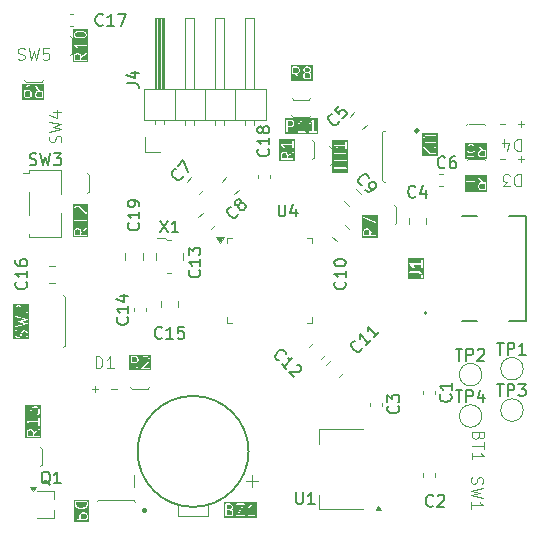
<source format=gbr>
%TF.GenerationSoftware,KiCad,Pcbnew,8.0.8*%
%TF.CreationDate,2025-05-29T10:28:59-04:00*%
%TF.ProjectId,GF24,47463234-2e6b-4696-9361-645f70636258,rev?*%
%TF.SameCoordinates,Original*%
%TF.FileFunction,Legend,Top*%
%TF.FilePolarity,Positive*%
%FSLAX46Y46*%
G04 Gerber Fmt 4.6, Leading zero omitted, Abs format (unit mm)*
G04 Created by KiCad (PCBNEW 8.0.8) date 2025-05-29 10:28:59*
%MOMM*%
%LPD*%
G01*
G04 APERTURE LIST*
%ADD10C,0.150000*%
%ADD11C,0.100000*%
%ADD12C,0.120000*%
%ADD13C,0.200000*%
%ADD14C,0.250000*%
G04 APERTURE END LIST*
D10*
X79799693Y-78708830D02*
X79799693Y-78776174D01*
X79799693Y-78776174D02*
X79732349Y-78910861D01*
X79732349Y-78910861D02*
X79665006Y-78978204D01*
X79665006Y-78978204D02*
X79530319Y-79045548D01*
X79530319Y-79045548D02*
X79395632Y-79045548D01*
X79395632Y-79045548D02*
X79294617Y-79011876D01*
X79294617Y-79011876D02*
X79126258Y-78910861D01*
X79126258Y-78910861D02*
X79025243Y-78809846D01*
X79025243Y-78809846D02*
X78924227Y-78641487D01*
X78924227Y-78641487D02*
X78890556Y-78540472D01*
X78890556Y-78540472D02*
X78890556Y-78405785D01*
X78890556Y-78405785D02*
X78957899Y-78271098D01*
X78957899Y-78271098D02*
X79025243Y-78203754D01*
X79025243Y-78203754D02*
X79159930Y-78136411D01*
X79159930Y-78136411D02*
X79227273Y-78136411D01*
X80540471Y-78102739D02*
X80136410Y-78506800D01*
X80338441Y-78304769D02*
X79631334Y-77597663D01*
X79631334Y-77597663D02*
X79665006Y-77766021D01*
X79665006Y-77766021D02*
X79665006Y-77900708D01*
X79665006Y-77900708D02*
X79631334Y-78001724D01*
X81213907Y-77429304D02*
X80809846Y-77833365D01*
X81011876Y-77631334D02*
X80304769Y-76924227D01*
X80304769Y-76924227D02*
X80338441Y-77092586D01*
X80338441Y-77092586D02*
X80338441Y-77227273D01*
X80338441Y-77227273D02*
X80304769Y-77328288D01*
D11*
G36*
X60708477Y-79546130D02*
G01*
X60744621Y-79582275D01*
X60783333Y-79659698D01*
X60783333Y-79778948D01*
X60744621Y-79856371D01*
X60708477Y-79892516D01*
X60631054Y-79931228D01*
X60311905Y-79931228D01*
X60311905Y-79507419D01*
X60631054Y-79507419D01*
X60708477Y-79546130D01*
G37*
G36*
X61946825Y-80618530D02*
G01*
X60100794Y-80618530D01*
X60100794Y-79457419D01*
X60211905Y-79457419D01*
X60211905Y-80457419D01*
X60215711Y-80476553D01*
X60242771Y-80503613D01*
X60281039Y-80503613D01*
X60308099Y-80476553D01*
X60311905Y-80457419D01*
X60311905Y-80031228D01*
X60473967Y-80031228D01*
X60792371Y-80486092D01*
X60806462Y-80499585D01*
X60844148Y-80506235D01*
X60875499Y-80484290D01*
X60882149Y-80446604D01*
X60878490Y-80438285D01*
X61120473Y-80438285D01*
X61120473Y-80476553D01*
X61147533Y-80503613D01*
X61166667Y-80507419D01*
X61785714Y-80507419D01*
X61804848Y-80503613D01*
X61831908Y-80476553D01*
X61831908Y-80438285D01*
X61804848Y-80411225D01*
X61785714Y-80407419D01*
X61287377Y-80407419D01*
X61773450Y-79921345D01*
X61774840Y-79919263D01*
X61775868Y-79918750D01*
X61779838Y-79911784D01*
X61784289Y-79905124D01*
X61784289Y-79903976D01*
X61785529Y-79901801D01*
X61833148Y-79758945D01*
X61834150Y-79750994D01*
X61835714Y-79743133D01*
X61835714Y-79647895D01*
X61835225Y-79645438D01*
X61835588Y-79644350D01*
X61833471Y-79636622D01*
X61831908Y-79628761D01*
X61831096Y-79627949D01*
X61830435Y-79625534D01*
X61782816Y-79530296D01*
X61777904Y-79523967D01*
X61773450Y-79517301D01*
X61725831Y-79469683D01*
X61719169Y-79465231D01*
X61712836Y-79460316D01*
X61617599Y-79412698D01*
X61615183Y-79412036D01*
X61614372Y-79411225D01*
X61606510Y-79409661D01*
X61598783Y-79407545D01*
X61597694Y-79407907D01*
X61595238Y-79407419D01*
X61357143Y-79407419D01*
X61354686Y-79407907D01*
X61353598Y-79407545D01*
X61345870Y-79409661D01*
X61338009Y-79411225D01*
X61337197Y-79412036D01*
X61334782Y-79412698D01*
X61239544Y-79460317D01*
X61233215Y-79465228D01*
X61226549Y-79469683D01*
X61178931Y-79517302D01*
X61168092Y-79533523D01*
X61168092Y-79571791D01*
X61195152Y-79598851D01*
X61233420Y-79598851D01*
X61249641Y-79588012D01*
X61291523Y-79546130D01*
X61368947Y-79507419D01*
X61583435Y-79507419D01*
X61660858Y-79546130D01*
X61697002Y-79582275D01*
X61735714Y-79659698D01*
X61735714Y-79735020D01*
X61694393Y-79858981D01*
X61131312Y-80422064D01*
X61120473Y-80438285D01*
X60878490Y-80438285D01*
X60874295Y-80428746D01*
X60596033Y-80031228D01*
X60642857Y-80031228D01*
X60645313Y-80030739D01*
X60646402Y-80031102D01*
X60654129Y-80028985D01*
X60661991Y-80027422D01*
X60662802Y-80026610D01*
X60665218Y-80025949D01*
X60760455Y-79978331D01*
X60766788Y-79973415D01*
X60773450Y-79968964D01*
X60821069Y-79921346D01*
X60825523Y-79914679D01*
X60830435Y-79908351D01*
X60878054Y-79813113D01*
X60878715Y-79810697D01*
X60879527Y-79809886D01*
X60881090Y-79802024D01*
X60883207Y-79794297D01*
X60882844Y-79793208D01*
X60883333Y-79790752D01*
X60883333Y-79647895D01*
X60882844Y-79645438D01*
X60883207Y-79644350D01*
X60881090Y-79636622D01*
X60879527Y-79628761D01*
X60878715Y-79627949D01*
X60878054Y-79625534D01*
X60830435Y-79530296D01*
X60825523Y-79523967D01*
X60821069Y-79517301D01*
X60773450Y-79469683D01*
X60766788Y-79465231D01*
X60760455Y-79460316D01*
X60665218Y-79412698D01*
X60662802Y-79412036D01*
X60661991Y-79411225D01*
X60654129Y-79409661D01*
X60646402Y-79407545D01*
X60645313Y-79407907D01*
X60642857Y-79407419D01*
X60261905Y-79407419D01*
X60242771Y-79411225D01*
X60215711Y-79438285D01*
X60211905Y-79457419D01*
X60100794Y-79457419D01*
X60100794Y-79296308D01*
X61946825Y-79296308D01*
X61946825Y-80618530D01*
G37*
D10*
X51666667Y-63207200D02*
X51809524Y-63254819D01*
X51809524Y-63254819D02*
X52047619Y-63254819D01*
X52047619Y-63254819D02*
X52142857Y-63207200D01*
X52142857Y-63207200D02*
X52190476Y-63159580D01*
X52190476Y-63159580D02*
X52238095Y-63064342D01*
X52238095Y-63064342D02*
X52238095Y-62969104D01*
X52238095Y-62969104D02*
X52190476Y-62873866D01*
X52190476Y-62873866D02*
X52142857Y-62826247D01*
X52142857Y-62826247D02*
X52047619Y-62778628D01*
X52047619Y-62778628D02*
X51857143Y-62731009D01*
X51857143Y-62731009D02*
X51761905Y-62683390D01*
X51761905Y-62683390D02*
X51714286Y-62635771D01*
X51714286Y-62635771D02*
X51666667Y-62540533D01*
X51666667Y-62540533D02*
X51666667Y-62445295D01*
X51666667Y-62445295D02*
X51714286Y-62350057D01*
X51714286Y-62350057D02*
X51761905Y-62302438D01*
X51761905Y-62302438D02*
X51857143Y-62254819D01*
X51857143Y-62254819D02*
X52095238Y-62254819D01*
X52095238Y-62254819D02*
X52238095Y-62302438D01*
X52571429Y-62254819D02*
X52809524Y-63254819D01*
X52809524Y-63254819D02*
X53000000Y-62540533D01*
X53000000Y-62540533D02*
X53190476Y-63254819D01*
X53190476Y-63254819D02*
X53428572Y-62254819D01*
X53714286Y-62254819D02*
X54333333Y-62254819D01*
X54333333Y-62254819D02*
X54000000Y-62635771D01*
X54000000Y-62635771D02*
X54142857Y-62635771D01*
X54142857Y-62635771D02*
X54238095Y-62683390D01*
X54238095Y-62683390D02*
X54285714Y-62731009D01*
X54285714Y-62731009D02*
X54333333Y-62826247D01*
X54333333Y-62826247D02*
X54333333Y-63064342D01*
X54333333Y-63064342D02*
X54285714Y-63159580D01*
X54285714Y-63159580D02*
X54238095Y-63207200D01*
X54238095Y-63207200D02*
X54142857Y-63254819D01*
X54142857Y-63254819D02*
X53857143Y-63254819D01*
X53857143Y-63254819D02*
X53761905Y-63207200D01*
X53761905Y-63207200D02*
X53714286Y-63159580D01*
D11*
X89090199Y-89666667D02*
X89042579Y-89809524D01*
X89042579Y-89809524D02*
X89042579Y-90047619D01*
X89042579Y-90047619D02*
X89090199Y-90142857D01*
X89090199Y-90142857D02*
X89137818Y-90190476D01*
X89137818Y-90190476D02*
X89233056Y-90238095D01*
X89233056Y-90238095D02*
X89328294Y-90238095D01*
X89328294Y-90238095D02*
X89423532Y-90190476D01*
X89423532Y-90190476D02*
X89471151Y-90142857D01*
X89471151Y-90142857D02*
X89518770Y-90047619D01*
X89518770Y-90047619D02*
X89566389Y-89857143D01*
X89566389Y-89857143D02*
X89614008Y-89761905D01*
X89614008Y-89761905D02*
X89661627Y-89714286D01*
X89661627Y-89714286D02*
X89756865Y-89666667D01*
X89756865Y-89666667D02*
X89852103Y-89666667D01*
X89852103Y-89666667D02*
X89947341Y-89714286D01*
X89947341Y-89714286D02*
X89994960Y-89761905D01*
X89994960Y-89761905D02*
X90042579Y-89857143D01*
X90042579Y-89857143D02*
X90042579Y-90095238D01*
X90042579Y-90095238D02*
X89994960Y-90238095D01*
X90042579Y-90571429D02*
X89042579Y-90809524D01*
X89042579Y-90809524D02*
X89756865Y-91000000D01*
X89756865Y-91000000D02*
X89042579Y-91190476D01*
X89042579Y-91190476D02*
X90042579Y-91428572D01*
X89042579Y-92333333D02*
X89042579Y-91761905D01*
X89042579Y-92047619D02*
X90042579Y-92047619D01*
X90042579Y-92047619D02*
X89899722Y-91952381D01*
X89899722Y-91952381D02*
X89804484Y-91857143D01*
X89804484Y-91857143D02*
X89756865Y-91761905D01*
G36*
X51618530Y-77994443D02*
G01*
X50296308Y-77994443D01*
X50296308Y-77404761D01*
X50407419Y-77404761D01*
X50407419Y-77642856D01*
X50407907Y-77645312D01*
X50407545Y-77646401D01*
X50409661Y-77654128D01*
X50411225Y-77661990D01*
X50412036Y-77662801D01*
X50412698Y-77665217D01*
X50460316Y-77760454D01*
X50465231Y-77766787D01*
X50469683Y-77773449D01*
X50517301Y-77821068D01*
X50523967Y-77825522D01*
X50530296Y-77830434D01*
X50625534Y-77878053D01*
X50627949Y-77878714D01*
X50628761Y-77879526D01*
X50636622Y-77881089D01*
X50644350Y-77883206D01*
X50645438Y-77882843D01*
X50647895Y-77883332D01*
X50743133Y-77883332D01*
X50745589Y-77882843D01*
X50746678Y-77883206D01*
X50754405Y-77881089D01*
X50762267Y-77879526D01*
X50763078Y-77878714D01*
X50765494Y-77878053D01*
X50860731Y-77830435D01*
X50867064Y-77825519D01*
X50873726Y-77821068D01*
X50921345Y-77773450D01*
X50925799Y-77766783D01*
X50930711Y-77760455D01*
X50978330Y-77665217D01*
X50979776Y-77659935D01*
X50982116Y-77654983D01*
X51028404Y-77469831D01*
X51069939Y-77386759D01*
X51106084Y-77350615D01*
X51183508Y-77311904D01*
X51255139Y-77311904D01*
X51332561Y-77350615D01*
X51368708Y-77386761D01*
X51407419Y-77464183D01*
X51407419Y-77682362D01*
X51362366Y-77817521D01*
X51359926Y-77836876D01*
X51377040Y-77871105D01*
X51413344Y-77883206D01*
X51447573Y-77866092D01*
X51457234Y-77849143D01*
X51504853Y-77706287D01*
X51505855Y-77698336D01*
X51507419Y-77690475D01*
X51507419Y-77452380D01*
X51506930Y-77449923D01*
X51507293Y-77448835D01*
X51505176Y-77441107D01*
X51503613Y-77433246D01*
X51502801Y-77432434D01*
X51502140Y-77430019D01*
X51454521Y-77334781D01*
X51449609Y-77328452D01*
X51445155Y-77321786D01*
X51397535Y-77274167D01*
X51390868Y-77269712D01*
X51384540Y-77264801D01*
X51289303Y-77217183D01*
X51286887Y-77216521D01*
X51286076Y-77215710D01*
X51278214Y-77214146D01*
X51270487Y-77212030D01*
X51269398Y-77212392D01*
X51266942Y-77211904D01*
X51171704Y-77211904D01*
X51169247Y-77212392D01*
X51168159Y-77212030D01*
X51160431Y-77214146D01*
X51152570Y-77215710D01*
X51151758Y-77216521D01*
X51149343Y-77217183D01*
X51054105Y-77264802D01*
X51047776Y-77269713D01*
X51041110Y-77274168D01*
X50993492Y-77321787D01*
X50989040Y-77328448D01*
X50984125Y-77334782D01*
X50936507Y-77430019D01*
X50935060Y-77435300D01*
X50932721Y-77440253D01*
X50886433Y-77625403D01*
X50844897Y-77708475D01*
X50808753Y-77744620D01*
X50731330Y-77783332D01*
X50659699Y-77783332D01*
X50582275Y-77744620D01*
X50546130Y-77708476D01*
X50507419Y-77631053D01*
X50507419Y-77412874D01*
X50552472Y-77277716D01*
X50554912Y-77258360D01*
X50537798Y-77224132D01*
X50501494Y-77212030D01*
X50467265Y-77229145D01*
X50457604Y-77246093D01*
X50409985Y-77388950D01*
X50408982Y-77396898D01*
X50407419Y-77404761D01*
X50296308Y-77404761D01*
X50296308Y-76079342D01*
X50408049Y-76079342D01*
X50428106Y-76111934D01*
X50445838Y-76120068D01*
X51253075Y-76312267D01*
X50730250Y-76451687D01*
X50712743Y-76460295D01*
X50709327Y-76466193D01*
X50703429Y-76469609D01*
X50700080Y-76482167D01*
X50693569Y-76493414D01*
X50695325Y-76499999D01*
X50693569Y-76506584D01*
X50700080Y-76517830D01*
X50703429Y-76530389D01*
X50709327Y-76533804D01*
X50712743Y-76539703D01*
X50730250Y-76548311D01*
X51253075Y-76687730D01*
X50445838Y-76879930D01*
X50428106Y-76888064D01*
X50408049Y-76920656D01*
X50416913Y-76957883D01*
X50449505Y-76977940D01*
X50469000Y-76977210D01*
X51469000Y-76739115D01*
X51486732Y-76730981D01*
X51490651Y-76724611D01*
X51497123Y-76720865D01*
X51500308Y-76708918D01*
X51506789Y-76698389D01*
X51505057Y-76691115D01*
X51506984Y-76683890D01*
X51500788Y-76673188D01*
X51497925Y-76661162D01*
X51491557Y-76657243D01*
X51487810Y-76650771D01*
X51470302Y-76642163D01*
X50937186Y-76499999D01*
X51470302Y-76357835D01*
X51487810Y-76349227D01*
X51491557Y-76342754D01*
X51497925Y-76338836D01*
X51500788Y-76326809D01*
X51506984Y-76316108D01*
X51505057Y-76308882D01*
X51506789Y-76301609D01*
X51500308Y-76291079D01*
X51497123Y-76279133D01*
X51490651Y-76275386D01*
X51486732Y-76269017D01*
X51469000Y-76260883D01*
X50469000Y-76022788D01*
X50449505Y-76022058D01*
X50416913Y-76042115D01*
X50408049Y-76079342D01*
X50296308Y-76079342D01*
X50296308Y-75357142D01*
X50407419Y-75357142D01*
X50407419Y-75595237D01*
X50407907Y-75597693D01*
X50407545Y-75598782D01*
X50409661Y-75606509D01*
X50411225Y-75614371D01*
X50412036Y-75615182D01*
X50412698Y-75617598D01*
X50460316Y-75712835D01*
X50465231Y-75719168D01*
X50469683Y-75725830D01*
X50517301Y-75773449D01*
X50533522Y-75784288D01*
X50571791Y-75784288D01*
X50598851Y-75757228D01*
X50598851Y-75718959D01*
X50588012Y-75702738D01*
X50546130Y-75660857D01*
X50507419Y-75583434D01*
X50507419Y-75368945D01*
X50546130Y-75291521D01*
X50582275Y-75255377D01*
X50659699Y-75216666D01*
X50735020Y-75216666D01*
X50858981Y-75257986D01*
X51422064Y-75821068D01*
X51438285Y-75831907D01*
X51476553Y-75831907D01*
X51503613Y-75804847D01*
X51507419Y-75785713D01*
X51507419Y-75166666D01*
X51503613Y-75147532D01*
X51476553Y-75120472D01*
X51438285Y-75120472D01*
X51411225Y-75147532D01*
X51407419Y-75166666D01*
X51407419Y-75665003D01*
X50921345Y-75178930D01*
X50919262Y-75177538D01*
X50918749Y-75176512D01*
X50911788Y-75172544D01*
X50905124Y-75168091D01*
X50903976Y-75168091D01*
X50901801Y-75166851D01*
X50758944Y-75119232D01*
X50750995Y-75118229D01*
X50743133Y-75116666D01*
X50647895Y-75116666D01*
X50645438Y-75117154D01*
X50644350Y-75116792D01*
X50636622Y-75118908D01*
X50628761Y-75120472D01*
X50627949Y-75121283D01*
X50625534Y-75121945D01*
X50530296Y-75169564D01*
X50523967Y-75174475D01*
X50517301Y-75178930D01*
X50469683Y-75226549D01*
X50465231Y-75233210D01*
X50460316Y-75239544D01*
X50412698Y-75334781D01*
X50412036Y-75337196D01*
X50411225Y-75338008D01*
X50409661Y-75345869D01*
X50407545Y-75353597D01*
X50407907Y-75354685D01*
X50407419Y-75357142D01*
X50296308Y-75357142D01*
X50296308Y-75005555D01*
X51618530Y-75005555D01*
X51618530Y-77994443D01*
G37*
D10*
X79815826Y-64948472D02*
X79748482Y-64948472D01*
X79748482Y-64948472D02*
X79613795Y-64881128D01*
X79613795Y-64881128D02*
X79546452Y-64813785D01*
X79546452Y-64813785D02*
X79479108Y-64679098D01*
X79479108Y-64679098D02*
X79479108Y-64544411D01*
X79479108Y-64544411D02*
X79512780Y-64443396D01*
X79512780Y-64443396D02*
X79613795Y-64275037D01*
X79613795Y-64275037D02*
X79714810Y-64174022D01*
X79714810Y-64174022D02*
X79883169Y-64073006D01*
X79883169Y-64073006D02*
X79984184Y-64039335D01*
X79984184Y-64039335D02*
X80118871Y-64039335D01*
X80118871Y-64039335D02*
X80253558Y-64106678D01*
X80253558Y-64106678D02*
X80320902Y-64174022D01*
X80320902Y-64174022D02*
X80388245Y-64308709D01*
X80388245Y-64308709D02*
X80388245Y-64376052D01*
X80085200Y-65352533D02*
X80219887Y-65487220D01*
X80219887Y-65487220D02*
X80320902Y-65520892D01*
X80320902Y-65520892D02*
X80388245Y-65520892D01*
X80388245Y-65520892D02*
X80556604Y-65487220D01*
X80556604Y-65487220D02*
X80724963Y-65386205D01*
X80724963Y-65386205D02*
X80994337Y-65116831D01*
X80994337Y-65116831D02*
X81028009Y-65015815D01*
X81028009Y-65015815D02*
X81028009Y-64948472D01*
X81028009Y-64948472D02*
X80994337Y-64847457D01*
X80994337Y-64847457D02*
X80859650Y-64712770D01*
X80859650Y-64712770D02*
X80758635Y-64679098D01*
X80758635Y-64679098D02*
X80691291Y-64679098D01*
X80691291Y-64679098D02*
X80590276Y-64712770D01*
X80590276Y-64712770D02*
X80421917Y-64881128D01*
X80421917Y-64881128D02*
X80388245Y-64982144D01*
X80388245Y-64982144D02*
X80388245Y-65049487D01*
X80388245Y-65049487D02*
X80421917Y-65150502D01*
X80421917Y-65150502D02*
X80556604Y-65285189D01*
X80556604Y-65285189D02*
X80657619Y-65318861D01*
X80657619Y-65318861D02*
X80724963Y-65318861D01*
X80724963Y-65318861D02*
X80825978Y-65285189D01*
X86833333Y-63429580D02*
X86785714Y-63477200D01*
X86785714Y-63477200D02*
X86642857Y-63524819D01*
X86642857Y-63524819D02*
X86547619Y-63524819D01*
X86547619Y-63524819D02*
X86404762Y-63477200D01*
X86404762Y-63477200D02*
X86309524Y-63381961D01*
X86309524Y-63381961D02*
X86261905Y-63286723D01*
X86261905Y-63286723D02*
X86214286Y-63096247D01*
X86214286Y-63096247D02*
X86214286Y-62953390D01*
X86214286Y-62953390D02*
X86261905Y-62762914D01*
X86261905Y-62762914D02*
X86309524Y-62667676D01*
X86309524Y-62667676D02*
X86404762Y-62572438D01*
X86404762Y-62572438D02*
X86547619Y-62524819D01*
X86547619Y-62524819D02*
X86642857Y-62524819D01*
X86642857Y-62524819D02*
X86785714Y-62572438D01*
X86785714Y-62572438D02*
X86833333Y-62620057D01*
X87690476Y-62524819D02*
X87500000Y-62524819D01*
X87500000Y-62524819D02*
X87404762Y-62572438D01*
X87404762Y-62572438D02*
X87357143Y-62620057D01*
X87357143Y-62620057D02*
X87261905Y-62762914D01*
X87261905Y-62762914D02*
X87214286Y-62953390D01*
X87214286Y-62953390D02*
X87214286Y-63334342D01*
X87214286Y-63334342D02*
X87261905Y-63429580D01*
X87261905Y-63429580D02*
X87309524Y-63477200D01*
X87309524Y-63477200D02*
X87404762Y-63524819D01*
X87404762Y-63524819D02*
X87595238Y-63524819D01*
X87595238Y-63524819D02*
X87690476Y-63477200D01*
X87690476Y-63477200D02*
X87738095Y-63429580D01*
X87738095Y-63429580D02*
X87785714Y-63334342D01*
X87785714Y-63334342D02*
X87785714Y-63096247D01*
X87785714Y-63096247D02*
X87738095Y-63001009D01*
X87738095Y-63001009D02*
X87690476Y-62953390D01*
X87690476Y-62953390D02*
X87595238Y-62905771D01*
X87595238Y-62905771D02*
X87404762Y-62905771D01*
X87404762Y-62905771D02*
X87309524Y-62953390D01*
X87309524Y-62953390D02*
X87261905Y-63001009D01*
X87261905Y-63001009D02*
X87214286Y-63096247D01*
D11*
G36*
X80356372Y-68755377D02*
G01*
X80392516Y-68791522D01*
X80431228Y-68868945D01*
X80431228Y-69188094D01*
X80007419Y-69188094D01*
X80007419Y-68868945D01*
X80046130Y-68791521D01*
X80082275Y-68755377D01*
X80159699Y-68716666D01*
X80278949Y-68716666D01*
X80356372Y-68755377D01*
G37*
G36*
X81118526Y-69399205D02*
G01*
X79796308Y-69399205D01*
X79796308Y-68857142D01*
X79907419Y-68857142D01*
X79907419Y-69238094D01*
X79911225Y-69257228D01*
X79938285Y-69284288D01*
X79957419Y-69288094D01*
X80957419Y-69288094D01*
X80976553Y-69284288D01*
X81003613Y-69257228D01*
X81003613Y-69218960D01*
X80976553Y-69191900D01*
X80957419Y-69188094D01*
X80531228Y-69188094D01*
X80531228Y-69026032D01*
X80986092Y-68707628D01*
X80999585Y-68693537D01*
X81006235Y-68655851D01*
X80984290Y-68624500D01*
X80946604Y-68617850D01*
X80928746Y-68625704D01*
X80531228Y-68903966D01*
X80531228Y-68857142D01*
X80530739Y-68854685D01*
X80531102Y-68853597D01*
X80528985Y-68845869D01*
X80527422Y-68838008D01*
X80526610Y-68837196D01*
X80525949Y-68834781D01*
X80478330Y-68739543D01*
X80473418Y-68733214D01*
X80468964Y-68726548D01*
X80421345Y-68678930D01*
X80414683Y-68674478D01*
X80408350Y-68669563D01*
X80313113Y-68621945D01*
X80310697Y-68621283D01*
X80309886Y-68620472D01*
X80302024Y-68618908D01*
X80294297Y-68616792D01*
X80293208Y-68617154D01*
X80290752Y-68616666D01*
X80147895Y-68616666D01*
X80145438Y-68617154D01*
X80144350Y-68616792D01*
X80136622Y-68618908D01*
X80128761Y-68620472D01*
X80127949Y-68621283D01*
X80125534Y-68621945D01*
X80030296Y-68669564D01*
X80023967Y-68674475D01*
X80017301Y-68678930D01*
X79969683Y-68726549D01*
X79965231Y-68733210D01*
X79960316Y-68739544D01*
X79912698Y-68834781D01*
X79912036Y-68837196D01*
X79911225Y-68838008D01*
X79909661Y-68845869D01*
X79907545Y-68853597D01*
X79907907Y-68854685D01*
X79907419Y-68857142D01*
X79796308Y-68857142D01*
X79796308Y-67666666D01*
X79907419Y-67666666D01*
X79907419Y-68333332D01*
X79911225Y-68352466D01*
X79938285Y-68379526D01*
X79976553Y-68379526D01*
X80003613Y-68352466D01*
X80007419Y-68333332D01*
X80007419Y-67742492D01*
X80937723Y-68141194D01*
X80956809Y-68145233D01*
X80992340Y-68131020D01*
X81007415Y-68095847D01*
X80993202Y-68060315D01*
X80977115Y-68049280D01*
X79977115Y-67620709D01*
X79976702Y-67620621D01*
X79976553Y-67620472D01*
X79975995Y-67620472D01*
X79958029Y-67616670D01*
X79948523Y-67620472D01*
X79938285Y-67620472D01*
X79931459Y-67627297D01*
X79922497Y-67630882D01*
X79918463Y-67640293D01*
X79911225Y-67647532D01*
X79907641Y-67665545D01*
X79907423Y-67666056D01*
X79907501Y-67666251D01*
X79907419Y-67666666D01*
X79796308Y-67666666D01*
X79796308Y-67505559D01*
X81118526Y-67505559D01*
X81118526Y-69399205D01*
G37*
D10*
X84333333Y-65909581D02*
X84285714Y-65957201D01*
X84285714Y-65957201D02*
X84142857Y-66004820D01*
X84142857Y-66004820D02*
X84047619Y-66004820D01*
X84047619Y-66004820D02*
X83904762Y-65957201D01*
X83904762Y-65957201D02*
X83809524Y-65861962D01*
X83809524Y-65861962D02*
X83761905Y-65766724D01*
X83761905Y-65766724D02*
X83714286Y-65576248D01*
X83714286Y-65576248D02*
X83714286Y-65433391D01*
X83714286Y-65433391D02*
X83761905Y-65242915D01*
X83761905Y-65242915D02*
X83809524Y-65147677D01*
X83809524Y-65147677D02*
X83904762Y-65052439D01*
X83904762Y-65052439D02*
X84047619Y-65004820D01*
X84047619Y-65004820D02*
X84142857Y-65004820D01*
X84142857Y-65004820D02*
X84285714Y-65052439D01*
X84285714Y-65052439D02*
X84333333Y-65100058D01*
X85190476Y-65338153D02*
X85190476Y-66004820D01*
X84952381Y-64957201D02*
X84714286Y-65671486D01*
X84714286Y-65671486D02*
X85333333Y-65671486D01*
D11*
G36*
X73356372Y-62255377D02*
G01*
X73392516Y-62291522D01*
X73431228Y-62368945D01*
X73431228Y-62688094D01*
X73007419Y-62688094D01*
X73007419Y-62368945D01*
X73046130Y-62291521D01*
X73082275Y-62255377D01*
X73159699Y-62216666D01*
X73278949Y-62216666D01*
X73356372Y-62255377D01*
G37*
G36*
X74118530Y-62899205D02*
G01*
X72796308Y-62899205D01*
X72796308Y-62357142D01*
X72907419Y-62357142D01*
X72907419Y-62738094D01*
X72911225Y-62757228D01*
X72938285Y-62784288D01*
X72957419Y-62788094D01*
X73957419Y-62788094D01*
X73976553Y-62784288D01*
X74003613Y-62757228D01*
X74003613Y-62718960D01*
X73976553Y-62691900D01*
X73957419Y-62688094D01*
X73531228Y-62688094D01*
X73531228Y-62526032D01*
X73986092Y-62207628D01*
X73999585Y-62193537D01*
X74006235Y-62155851D01*
X73984290Y-62124500D01*
X73946604Y-62117850D01*
X73928746Y-62125704D01*
X73531228Y-62403966D01*
X73531228Y-62357142D01*
X73530739Y-62354685D01*
X73531102Y-62353597D01*
X73528985Y-62345869D01*
X73527422Y-62338008D01*
X73526610Y-62337196D01*
X73525949Y-62334781D01*
X73478330Y-62239543D01*
X73473418Y-62233214D01*
X73468964Y-62226548D01*
X73421345Y-62178930D01*
X73414683Y-62174478D01*
X73408350Y-62169563D01*
X73313113Y-62121945D01*
X73310697Y-62121283D01*
X73309886Y-62120472D01*
X73302024Y-62118908D01*
X73294297Y-62116792D01*
X73293208Y-62117154D01*
X73290752Y-62116666D01*
X73147895Y-62116666D01*
X73145438Y-62117154D01*
X73144350Y-62116792D01*
X73136622Y-62118908D01*
X73128761Y-62120472D01*
X73127949Y-62121283D01*
X73125534Y-62121945D01*
X73030296Y-62169564D01*
X73023967Y-62174475D01*
X73017301Y-62178930D01*
X72969683Y-62226549D01*
X72965231Y-62233210D01*
X72960316Y-62239544D01*
X72912698Y-62334781D01*
X72912036Y-62337196D01*
X72911225Y-62338008D01*
X72909661Y-62345869D01*
X72907545Y-62353597D01*
X72907907Y-62354685D01*
X72907419Y-62357142D01*
X72796308Y-62357142D01*
X72796308Y-61490296D01*
X72908370Y-61490296D01*
X72911225Y-61504571D01*
X72911225Y-61519133D01*
X72914865Y-61522773D01*
X72915875Y-61527821D01*
X72929684Y-61541602D01*
X73068425Y-61634096D01*
X73154420Y-61720091D01*
X73198411Y-61808073D01*
X73210373Y-61823485D01*
X73246677Y-61835587D01*
X73280905Y-61818473D01*
X73293007Y-61782168D01*
X73287854Y-61763352D01*
X73240235Y-61668114D01*
X73235319Y-61661779D01*
X73230869Y-61655120D01*
X73135631Y-61559882D01*
X73131515Y-61557131D01*
X73128011Y-61553635D01*
X73122557Y-61549999D01*
X73907419Y-61549999D01*
X73907419Y-61785713D01*
X73911225Y-61804847D01*
X73938285Y-61831907D01*
X73976553Y-61831907D01*
X74003613Y-61804847D01*
X74007419Y-61785713D01*
X74007419Y-61214285D01*
X74003613Y-61195151D01*
X73976553Y-61168091D01*
X73938285Y-61168091D01*
X73911225Y-61195151D01*
X73907419Y-61214285D01*
X73907419Y-61449999D01*
X72957419Y-61449999D01*
X72938285Y-61453805D01*
X72934644Y-61457445D01*
X72929597Y-61458455D01*
X72921521Y-61470568D01*
X72911225Y-61480865D01*
X72911225Y-61486013D01*
X72908370Y-61490296D01*
X72796308Y-61490296D01*
X72796308Y-61056980D01*
X74118530Y-61056980D01*
X74118530Y-62899205D01*
G37*
D10*
X62690476Y-67954819D02*
X63357142Y-68954819D01*
X63357142Y-67954819D02*
X62690476Y-68954819D01*
X64261904Y-68954819D02*
X63690476Y-68954819D01*
X63976190Y-68954819D02*
X63976190Y-67954819D01*
X63976190Y-67954819D02*
X63880952Y-68097676D01*
X63880952Y-68097676D02*
X63785714Y-68192914D01*
X63785714Y-68192914D02*
X63690476Y-68240533D01*
D11*
G36*
X55856372Y-53906568D02*
G01*
X55892516Y-53942713D01*
X55931228Y-54020136D01*
X55931228Y-54339285D01*
X55507419Y-54339285D01*
X55507419Y-54020136D01*
X55546130Y-53942712D01*
X55582275Y-53906568D01*
X55659699Y-53867857D01*
X55778949Y-53867857D01*
X55856372Y-53906568D01*
G37*
G36*
X56249491Y-52007890D02*
G01*
X56332561Y-52049425D01*
X56368708Y-52085571D01*
X56407419Y-52162993D01*
X56407419Y-52234624D01*
X56368708Y-52312046D01*
X56332561Y-52348192D01*
X56249491Y-52389728D01*
X56070311Y-52434523D01*
X55844526Y-52434523D01*
X55665347Y-52389728D01*
X55582275Y-52348192D01*
X55546130Y-52312048D01*
X55507419Y-52234625D01*
X55507419Y-52162993D01*
X55546130Y-52085569D01*
X55582275Y-52049425D01*
X55665347Y-52007889D01*
X55844526Y-51963095D01*
X56070311Y-51963095D01*
X56249491Y-52007890D01*
G37*
G36*
X56618530Y-54550396D02*
G01*
X55296308Y-54550396D01*
X55296308Y-54008333D01*
X55407419Y-54008333D01*
X55407419Y-54389285D01*
X55411225Y-54408419D01*
X55438285Y-54435479D01*
X55457419Y-54439285D01*
X56457419Y-54439285D01*
X56476553Y-54435479D01*
X56503613Y-54408419D01*
X56503613Y-54370151D01*
X56476553Y-54343091D01*
X56457419Y-54339285D01*
X56031228Y-54339285D01*
X56031228Y-54177223D01*
X56486092Y-53858819D01*
X56499585Y-53844728D01*
X56506235Y-53807042D01*
X56484290Y-53775691D01*
X56446604Y-53769041D01*
X56428746Y-53776895D01*
X56031228Y-54055157D01*
X56031228Y-54008333D01*
X56030739Y-54005876D01*
X56031102Y-54004788D01*
X56028985Y-53997060D01*
X56027422Y-53989199D01*
X56026610Y-53988387D01*
X56025949Y-53985972D01*
X55978330Y-53890734D01*
X55973418Y-53884405D01*
X55968964Y-53877739D01*
X55921345Y-53830121D01*
X55914683Y-53825669D01*
X55908350Y-53820754D01*
X55813113Y-53773136D01*
X55810697Y-53772474D01*
X55809886Y-53771663D01*
X55802024Y-53770099D01*
X55794297Y-53767983D01*
X55793208Y-53768345D01*
X55790752Y-53767857D01*
X55647895Y-53767857D01*
X55645438Y-53768345D01*
X55644350Y-53767983D01*
X55636622Y-53770099D01*
X55628761Y-53771663D01*
X55627949Y-53772474D01*
X55625534Y-53773136D01*
X55530296Y-53820755D01*
X55523967Y-53825666D01*
X55517301Y-53830121D01*
X55469683Y-53877740D01*
X55465231Y-53884401D01*
X55460316Y-53890735D01*
X55412698Y-53985972D01*
X55412036Y-53988387D01*
X55411225Y-53989199D01*
X55409661Y-53997060D01*
X55407545Y-54004788D01*
X55407907Y-54005876D01*
X55407419Y-54008333D01*
X55296308Y-54008333D01*
X55296308Y-53141487D01*
X55408370Y-53141487D01*
X55411225Y-53155762D01*
X55411225Y-53170324D01*
X55414865Y-53173964D01*
X55415875Y-53179012D01*
X55429684Y-53192793D01*
X55568425Y-53285287D01*
X55654420Y-53371282D01*
X55698411Y-53459264D01*
X55710373Y-53474676D01*
X55746677Y-53486778D01*
X55780905Y-53469664D01*
X55793007Y-53433359D01*
X55787854Y-53414543D01*
X55740235Y-53319305D01*
X55735319Y-53312970D01*
X55730869Y-53306311D01*
X55635631Y-53211073D01*
X55631515Y-53208322D01*
X55628011Y-53204826D01*
X55622557Y-53201190D01*
X56407419Y-53201190D01*
X56407419Y-53436904D01*
X56411225Y-53456038D01*
X56438285Y-53483098D01*
X56476553Y-53483098D01*
X56503613Y-53456038D01*
X56507419Y-53436904D01*
X56507419Y-52865476D01*
X56503613Y-52846342D01*
X56476553Y-52819282D01*
X56438285Y-52819282D01*
X56411225Y-52846342D01*
X56407419Y-52865476D01*
X56407419Y-53101190D01*
X55457419Y-53101190D01*
X55438285Y-53104996D01*
X55434644Y-53108636D01*
X55429597Y-53109646D01*
X55421521Y-53121759D01*
X55411225Y-53132056D01*
X55411225Y-53137204D01*
X55408370Y-53141487D01*
X55296308Y-53141487D01*
X55296308Y-52151190D01*
X55407419Y-52151190D01*
X55407419Y-52246428D01*
X55407907Y-52248884D01*
X55407545Y-52249973D01*
X55409661Y-52257700D01*
X55411225Y-52265562D01*
X55412036Y-52266373D01*
X55412698Y-52268789D01*
X55460316Y-52364026D01*
X55465231Y-52370359D01*
X55469683Y-52377021D01*
X55517301Y-52424640D01*
X55523967Y-52429094D01*
X55530296Y-52434006D01*
X55625534Y-52481625D01*
X55630815Y-52483071D01*
X55635768Y-52485411D01*
X55826244Y-52533030D01*
X55832361Y-52533327D01*
X55838371Y-52534523D01*
X56076466Y-52534523D01*
X56082475Y-52533327D01*
X56088593Y-52533030D01*
X56279069Y-52485411D01*
X56284021Y-52483071D01*
X56289303Y-52481625D01*
X56384540Y-52434007D01*
X56390868Y-52429095D01*
X56397535Y-52424641D01*
X56445155Y-52377022D01*
X56449609Y-52370355D01*
X56454521Y-52364027D01*
X56502140Y-52268789D01*
X56502801Y-52266373D01*
X56503613Y-52265562D01*
X56505176Y-52257700D01*
X56507293Y-52249973D01*
X56506930Y-52248884D01*
X56507419Y-52246428D01*
X56507419Y-52151190D01*
X56506930Y-52148733D01*
X56507293Y-52147645D01*
X56505176Y-52139917D01*
X56503613Y-52132056D01*
X56502801Y-52131244D01*
X56502140Y-52128829D01*
X56454521Y-52033591D01*
X56449609Y-52027262D01*
X56445155Y-52020596D01*
X56397535Y-51972977D01*
X56390868Y-51968522D01*
X56384540Y-51963611D01*
X56289303Y-51915993D01*
X56284021Y-51914546D01*
X56279069Y-51912207D01*
X56088593Y-51864588D01*
X56082475Y-51864290D01*
X56076466Y-51863095D01*
X55838371Y-51863095D01*
X55832361Y-51864290D01*
X55826244Y-51864588D01*
X55635768Y-51912207D01*
X55630815Y-51914546D01*
X55625534Y-51915993D01*
X55530296Y-51963612D01*
X55523967Y-51968523D01*
X55517301Y-51972978D01*
X55469683Y-52020597D01*
X55465231Y-52027258D01*
X55460316Y-52033592D01*
X55412698Y-52128829D01*
X55412036Y-52131244D01*
X55411225Y-52132056D01*
X55409661Y-52139917D01*
X55407545Y-52147645D01*
X55407907Y-52148733D01*
X55407419Y-52151190D01*
X55296308Y-52151190D01*
X55296308Y-51751984D01*
X56618530Y-51751984D01*
X56618530Y-54550396D01*
G37*
D10*
X77868644Y-59518559D02*
X77868644Y-59585903D01*
X77868644Y-59585903D02*
X77801300Y-59720590D01*
X77801300Y-59720590D02*
X77733957Y-59787933D01*
X77733957Y-59787933D02*
X77599270Y-59855277D01*
X77599270Y-59855277D02*
X77464583Y-59855277D01*
X77464583Y-59855277D02*
X77363568Y-59821605D01*
X77363568Y-59821605D02*
X77195209Y-59720590D01*
X77195209Y-59720590D02*
X77094194Y-59619575D01*
X77094194Y-59619575D02*
X76993178Y-59451216D01*
X76993178Y-59451216D02*
X76959507Y-59350201D01*
X76959507Y-59350201D02*
X76959507Y-59215514D01*
X76959507Y-59215514D02*
X77026850Y-59080827D01*
X77026850Y-59080827D02*
X77094194Y-59013483D01*
X77094194Y-59013483D02*
X77228881Y-58946140D01*
X77228881Y-58946140D02*
X77296224Y-58946140D01*
X77868644Y-58239033D02*
X77531926Y-58575750D01*
X77531926Y-58575750D02*
X77834972Y-58946140D01*
X77834972Y-58946140D02*
X77834972Y-58878796D01*
X77834972Y-58878796D02*
X77868644Y-58777781D01*
X77868644Y-58777781D02*
X78037003Y-58609422D01*
X78037003Y-58609422D02*
X78138018Y-58575750D01*
X78138018Y-58575750D02*
X78205361Y-58575750D01*
X78205361Y-58575750D02*
X78306377Y-58609422D01*
X78306377Y-58609422D02*
X78474735Y-58777781D01*
X78474735Y-58777781D02*
X78508407Y-58878796D01*
X78508407Y-58878796D02*
X78508407Y-58946140D01*
X78508407Y-58946140D02*
X78474735Y-59047155D01*
X78474735Y-59047155D02*
X78306377Y-59215514D01*
X78306377Y-59215514D02*
X78205361Y-59249185D01*
X78205361Y-59249185D02*
X78138018Y-59249185D01*
X59884819Y-56333333D02*
X60599104Y-56333333D01*
X60599104Y-56333333D02*
X60741961Y-56380952D01*
X60741961Y-56380952D02*
X60837200Y-56476190D01*
X60837200Y-56476190D02*
X60884819Y-56619047D01*
X60884819Y-56619047D02*
X60884819Y-56714285D01*
X60218152Y-55428571D02*
X60884819Y-55428571D01*
X59837200Y-55666666D02*
X60551485Y-55904761D01*
X60551485Y-55904761D02*
X60551485Y-55285714D01*
D11*
X54297301Y-61333332D02*
X54344920Y-61190475D01*
X54344920Y-61190475D02*
X54344920Y-60952380D01*
X54344920Y-60952380D02*
X54297301Y-60857142D01*
X54297301Y-60857142D02*
X54249681Y-60809523D01*
X54249681Y-60809523D02*
X54154443Y-60761904D01*
X54154443Y-60761904D02*
X54059205Y-60761904D01*
X54059205Y-60761904D02*
X53963967Y-60809523D01*
X53963967Y-60809523D02*
X53916348Y-60857142D01*
X53916348Y-60857142D02*
X53868729Y-60952380D01*
X53868729Y-60952380D02*
X53821110Y-61142856D01*
X53821110Y-61142856D02*
X53773491Y-61238094D01*
X53773491Y-61238094D02*
X53725872Y-61285713D01*
X53725872Y-61285713D02*
X53630634Y-61333332D01*
X53630634Y-61333332D02*
X53535396Y-61333332D01*
X53535396Y-61333332D02*
X53440158Y-61285713D01*
X53440158Y-61285713D02*
X53392539Y-61238094D01*
X53392539Y-61238094D02*
X53344920Y-61142856D01*
X53344920Y-61142856D02*
X53344920Y-60904761D01*
X53344920Y-60904761D02*
X53392539Y-60761904D01*
X53344920Y-60428570D02*
X54344920Y-60190475D01*
X54344920Y-60190475D02*
X53630634Y-59999999D01*
X53630634Y-59999999D02*
X54344920Y-59809523D01*
X54344920Y-59809523D02*
X53344920Y-59571428D01*
X53678253Y-58761904D02*
X54344920Y-58761904D01*
X53297301Y-58999999D02*
X54011586Y-59238094D01*
X54011586Y-59238094D02*
X54011586Y-58619047D01*
D10*
X53404761Y-90300057D02*
X53309523Y-90252438D01*
X53309523Y-90252438D02*
X53214285Y-90157200D01*
X53214285Y-90157200D02*
X53071428Y-90014342D01*
X53071428Y-90014342D02*
X52976190Y-89966723D01*
X52976190Y-89966723D02*
X52880952Y-89966723D01*
X52928571Y-90204819D02*
X52833333Y-90157200D01*
X52833333Y-90157200D02*
X52738095Y-90061961D01*
X52738095Y-90061961D02*
X52690476Y-89871485D01*
X52690476Y-89871485D02*
X52690476Y-89538152D01*
X52690476Y-89538152D02*
X52738095Y-89347676D01*
X52738095Y-89347676D02*
X52833333Y-89252438D01*
X52833333Y-89252438D02*
X52928571Y-89204819D01*
X52928571Y-89204819D02*
X53119047Y-89204819D01*
X53119047Y-89204819D02*
X53214285Y-89252438D01*
X53214285Y-89252438D02*
X53309523Y-89347676D01*
X53309523Y-89347676D02*
X53357142Y-89538152D01*
X53357142Y-89538152D02*
X53357142Y-89871485D01*
X53357142Y-89871485D02*
X53309523Y-90061961D01*
X53309523Y-90061961D02*
X53214285Y-90157200D01*
X53214285Y-90157200D02*
X53119047Y-90204819D01*
X53119047Y-90204819D02*
X52928571Y-90204819D01*
X54309523Y-90204819D02*
X53738095Y-90204819D01*
X54023809Y-90204819D02*
X54023809Y-89204819D01*
X54023809Y-89204819D02*
X53928571Y-89347676D01*
X53928571Y-89347676D02*
X53833333Y-89442914D01*
X53833333Y-89442914D02*
X53738095Y-89490533D01*
G36*
X85078431Y-72898955D02*
G01*
X83706209Y-72898955D01*
X83706209Y-72318701D01*
X83818761Y-72318701D01*
X83818761Y-72347965D01*
X83829960Y-72375001D01*
X83850652Y-72395693D01*
X83877688Y-72406892D01*
X83892320Y-72408333D01*
X84594435Y-72408333D01*
X84708948Y-72446504D01*
X84779149Y-72516704D01*
X84817320Y-72631217D01*
X84817320Y-72714285D01*
X84818761Y-72728917D01*
X84829960Y-72755953D01*
X84850652Y-72776645D01*
X84877688Y-72787844D01*
X84906952Y-72787844D01*
X84933988Y-72776645D01*
X84954680Y-72755953D01*
X84965879Y-72728917D01*
X84967320Y-72714285D01*
X84967320Y-72619047D01*
X84966590Y-72611640D01*
X84966731Y-72609666D01*
X84966140Y-72607068D01*
X84965879Y-72604415D01*
X84965120Y-72602584D01*
X84963471Y-72595329D01*
X84915852Y-72452473D01*
X84909858Y-72439047D01*
X84908093Y-72437012D01*
X84907062Y-72434522D01*
X84897734Y-72423157D01*
X84802495Y-72327919D01*
X84791129Y-72318591D01*
X84788638Y-72317559D01*
X84786604Y-72315795D01*
X84773179Y-72309801D01*
X84630322Y-72262182D01*
X84623068Y-72260532D01*
X84621237Y-72259774D01*
X84618582Y-72259512D01*
X84615985Y-72258922D01*
X84614010Y-72259062D01*
X84606605Y-72258333D01*
X83892320Y-72258333D01*
X83877688Y-72259774D01*
X83850652Y-72270973D01*
X83829960Y-72291665D01*
X83818761Y-72318701D01*
X83706209Y-72318701D01*
X83706209Y-71619126D01*
X83817320Y-71619126D01*
X83818761Y-71626330D01*
X83818761Y-71633679D01*
X83821602Y-71640539D01*
X83823059Y-71647820D01*
X83827147Y-71653925D01*
X83829960Y-71660715D01*
X83835210Y-71665965D01*
X83839342Y-71672135D01*
X83850600Y-71681355D01*
X83850652Y-71681407D01*
X83850674Y-71681416D01*
X83850717Y-71681451D01*
X83987395Y-71772569D01*
X84068776Y-71853950D01*
X84110952Y-71938302D01*
X84118784Y-71950745D01*
X84140892Y-71969918D01*
X84168653Y-71979172D01*
X84197843Y-71977098D01*
X84224018Y-71964010D01*
X84243191Y-71941903D01*
X84252445Y-71914141D01*
X84250371Y-71884951D01*
X84245116Y-71871220D01*
X84197497Y-71775982D01*
X84193534Y-71769687D01*
X84192776Y-71767855D01*
X84191084Y-71765793D01*
X84189665Y-71763539D01*
X84188168Y-71762240D01*
X84183448Y-71756490D01*
X84121005Y-71694047D01*
X84817320Y-71694047D01*
X84817320Y-71904761D01*
X84818761Y-71919393D01*
X84829960Y-71946429D01*
X84850652Y-71967121D01*
X84877688Y-71978320D01*
X84906952Y-71978320D01*
X84933988Y-71967121D01*
X84954680Y-71946429D01*
X84965879Y-71919393D01*
X84967320Y-71904761D01*
X84967320Y-71333333D01*
X84965879Y-71318701D01*
X84954680Y-71291665D01*
X84933988Y-71270973D01*
X84906952Y-71259774D01*
X84877688Y-71259774D01*
X84850652Y-71270973D01*
X84829960Y-71291665D01*
X84818761Y-71318701D01*
X84817320Y-71333333D01*
X84817320Y-71544047D01*
X83892320Y-71544047D01*
X83892267Y-71544052D01*
X83892241Y-71544047D01*
X83892164Y-71544062D01*
X83877688Y-71545488D01*
X83870827Y-71548329D01*
X83863547Y-71549786D01*
X83857441Y-71553874D01*
X83850652Y-71556687D01*
X83845401Y-71561937D01*
X83839232Y-71566069D01*
X83835155Y-71572183D01*
X83829960Y-71577379D01*
X83827118Y-71584239D01*
X83822999Y-71590418D01*
X83821573Y-71597626D01*
X83818761Y-71604415D01*
X83818761Y-71611841D01*
X83817320Y-71619126D01*
X83706209Y-71619126D01*
X83706209Y-71148663D01*
X85078431Y-71148663D01*
X85078431Y-72898955D01*
G37*
X72738095Y-66604819D02*
X72738095Y-67414342D01*
X72738095Y-67414342D02*
X72785714Y-67509580D01*
X72785714Y-67509580D02*
X72833333Y-67557200D01*
X72833333Y-67557200D02*
X72928571Y-67604819D01*
X72928571Y-67604819D02*
X73119047Y-67604819D01*
X73119047Y-67604819D02*
X73214285Y-67557200D01*
X73214285Y-67557200D02*
X73261904Y-67509580D01*
X73261904Y-67509580D02*
X73309523Y-67414342D01*
X73309523Y-67414342D02*
X73309523Y-66604819D01*
X74214285Y-66938152D02*
X74214285Y-67604819D01*
X73976190Y-66557200D02*
X73738095Y-67271485D01*
X73738095Y-67271485D02*
X74357142Y-67271485D01*
X59929580Y-76142857D02*
X59977200Y-76190476D01*
X59977200Y-76190476D02*
X60024819Y-76333333D01*
X60024819Y-76333333D02*
X60024819Y-76428571D01*
X60024819Y-76428571D02*
X59977200Y-76571428D01*
X59977200Y-76571428D02*
X59881961Y-76666666D01*
X59881961Y-76666666D02*
X59786723Y-76714285D01*
X59786723Y-76714285D02*
X59596247Y-76761904D01*
X59596247Y-76761904D02*
X59453390Y-76761904D01*
X59453390Y-76761904D02*
X59262914Y-76714285D01*
X59262914Y-76714285D02*
X59167676Y-76666666D01*
X59167676Y-76666666D02*
X59072438Y-76571428D01*
X59072438Y-76571428D02*
X59024819Y-76428571D01*
X59024819Y-76428571D02*
X59024819Y-76333333D01*
X59024819Y-76333333D02*
X59072438Y-76190476D01*
X59072438Y-76190476D02*
X59120057Y-76142857D01*
X60024819Y-75190476D02*
X60024819Y-75761904D01*
X60024819Y-75476190D02*
X59024819Y-75476190D01*
X59024819Y-75476190D02*
X59167676Y-75571428D01*
X59167676Y-75571428D02*
X59262914Y-75666666D01*
X59262914Y-75666666D02*
X59310533Y-75761904D01*
X59358152Y-74333333D02*
X60024819Y-74333333D01*
X58977200Y-74571428D02*
X59691485Y-74809523D01*
X59691485Y-74809523D02*
X59691485Y-74190476D01*
D11*
X57261905Y-80457419D02*
X57261905Y-79457419D01*
X57261905Y-79457419D02*
X57500000Y-79457419D01*
X57500000Y-79457419D02*
X57642857Y-79505038D01*
X57642857Y-79505038D02*
X57738095Y-79600276D01*
X57738095Y-79600276D02*
X57785714Y-79695514D01*
X57785714Y-79695514D02*
X57833333Y-79885990D01*
X57833333Y-79885990D02*
X57833333Y-80028847D01*
X57833333Y-80028847D02*
X57785714Y-80219323D01*
X57785714Y-80219323D02*
X57738095Y-80314561D01*
X57738095Y-80314561D02*
X57642857Y-80409800D01*
X57642857Y-80409800D02*
X57500000Y-80457419D01*
X57500000Y-80457419D02*
X57261905Y-80457419D01*
X58785714Y-80457419D02*
X58214286Y-80457419D01*
X58500000Y-80457419D02*
X58500000Y-79457419D01*
X58500000Y-79457419D02*
X58404762Y-79600276D01*
X58404762Y-79600276D02*
X58309524Y-79695514D01*
X58309524Y-79695514D02*
X58214286Y-79743133D01*
X89678889Y-86214285D02*
X89631270Y-86357142D01*
X89631270Y-86357142D02*
X89583651Y-86404761D01*
X89583651Y-86404761D02*
X89488413Y-86452380D01*
X89488413Y-86452380D02*
X89345556Y-86452380D01*
X89345556Y-86452380D02*
X89250318Y-86404761D01*
X89250318Y-86404761D02*
X89202699Y-86357142D01*
X89202699Y-86357142D02*
X89155079Y-86261904D01*
X89155079Y-86261904D02*
X89155079Y-85880952D01*
X89155079Y-85880952D02*
X90155079Y-85880952D01*
X90155079Y-85880952D02*
X90155079Y-86214285D01*
X90155079Y-86214285D02*
X90107460Y-86309523D01*
X90107460Y-86309523D02*
X90059841Y-86357142D01*
X90059841Y-86357142D02*
X89964603Y-86404761D01*
X89964603Y-86404761D02*
X89869365Y-86404761D01*
X89869365Y-86404761D02*
X89774127Y-86357142D01*
X89774127Y-86357142D02*
X89726508Y-86309523D01*
X89726508Y-86309523D02*
X89678889Y-86214285D01*
X89678889Y-86214285D02*
X89678889Y-85880952D01*
X90155079Y-86738095D02*
X90155079Y-87309523D01*
X89155079Y-87023809D02*
X90155079Y-87023809D01*
X89155079Y-88166666D02*
X89155079Y-87595238D01*
X89155079Y-87880952D02*
X90155079Y-87880952D01*
X90155079Y-87880952D02*
X90012222Y-87785714D01*
X90012222Y-87785714D02*
X89916984Y-87690476D01*
X89916984Y-87690476D02*
X89869365Y-87595238D01*
D10*
X71859580Y-61892857D02*
X71907200Y-61940476D01*
X71907200Y-61940476D02*
X71954819Y-62083333D01*
X71954819Y-62083333D02*
X71954819Y-62178571D01*
X71954819Y-62178571D02*
X71907200Y-62321428D01*
X71907200Y-62321428D02*
X71811961Y-62416666D01*
X71811961Y-62416666D02*
X71716723Y-62464285D01*
X71716723Y-62464285D02*
X71526247Y-62511904D01*
X71526247Y-62511904D02*
X71383390Y-62511904D01*
X71383390Y-62511904D02*
X71192914Y-62464285D01*
X71192914Y-62464285D02*
X71097676Y-62416666D01*
X71097676Y-62416666D02*
X71002438Y-62321428D01*
X71002438Y-62321428D02*
X70954819Y-62178571D01*
X70954819Y-62178571D02*
X70954819Y-62083333D01*
X70954819Y-62083333D02*
X71002438Y-61940476D01*
X71002438Y-61940476D02*
X71050057Y-61892857D01*
X71954819Y-60940476D02*
X71954819Y-61511904D01*
X71954819Y-61226190D02*
X70954819Y-61226190D01*
X70954819Y-61226190D02*
X71097676Y-61321428D01*
X71097676Y-61321428D02*
X71192914Y-61416666D01*
X71192914Y-61416666D02*
X71240533Y-61511904D01*
X71383390Y-60369047D02*
X71335771Y-60464285D01*
X71335771Y-60464285D02*
X71288152Y-60511904D01*
X71288152Y-60511904D02*
X71192914Y-60559523D01*
X71192914Y-60559523D02*
X71145295Y-60559523D01*
X71145295Y-60559523D02*
X71050057Y-60511904D01*
X71050057Y-60511904D02*
X71002438Y-60464285D01*
X71002438Y-60464285D02*
X70954819Y-60369047D01*
X70954819Y-60369047D02*
X70954819Y-60178571D01*
X70954819Y-60178571D02*
X71002438Y-60083333D01*
X71002438Y-60083333D02*
X71050057Y-60035714D01*
X71050057Y-60035714D02*
X71145295Y-59988095D01*
X71145295Y-59988095D02*
X71192914Y-59988095D01*
X71192914Y-59988095D02*
X71288152Y-60035714D01*
X71288152Y-60035714D02*
X71335771Y-60083333D01*
X71335771Y-60083333D02*
X71383390Y-60178571D01*
X71383390Y-60178571D02*
X71383390Y-60369047D01*
X71383390Y-60369047D02*
X71431009Y-60464285D01*
X71431009Y-60464285D02*
X71478628Y-60511904D01*
X71478628Y-60511904D02*
X71573866Y-60559523D01*
X71573866Y-60559523D02*
X71764342Y-60559523D01*
X71764342Y-60559523D02*
X71859580Y-60511904D01*
X71859580Y-60511904D02*
X71907200Y-60464285D01*
X71907200Y-60464285D02*
X71954819Y-60369047D01*
X71954819Y-60369047D02*
X71954819Y-60178571D01*
X71954819Y-60178571D02*
X71907200Y-60083333D01*
X71907200Y-60083333D02*
X71859580Y-60035714D01*
X71859580Y-60035714D02*
X71764342Y-59988095D01*
X71764342Y-59988095D02*
X71573866Y-59988095D01*
X71573866Y-59988095D02*
X71478628Y-60035714D01*
X71478628Y-60035714D02*
X71431009Y-60083333D01*
X71431009Y-60083333D02*
X71383390Y-60178571D01*
D11*
G36*
X86203691Y-62470634D02*
G01*
X84881469Y-62470634D01*
X84881469Y-61690476D01*
X84992580Y-61690476D01*
X84992580Y-62309523D01*
X84996386Y-62328657D01*
X85023446Y-62355717D01*
X85061714Y-62355717D01*
X85088774Y-62328657D01*
X85092580Y-62309523D01*
X85092580Y-61811185D01*
X85578654Y-62297259D01*
X85580735Y-62298649D01*
X85581249Y-62299677D01*
X85588214Y-62303647D01*
X85594875Y-62308098D01*
X85596023Y-62308098D01*
X85598198Y-62309338D01*
X85741054Y-62356957D01*
X85749004Y-62357959D01*
X85756866Y-62359523D01*
X85852104Y-62359523D01*
X85854560Y-62359034D01*
X85855649Y-62359397D01*
X85863376Y-62357280D01*
X85871238Y-62355717D01*
X85872049Y-62354905D01*
X85874465Y-62354244D01*
X85969702Y-62306626D01*
X85976035Y-62301710D01*
X85982697Y-62297259D01*
X86030316Y-62249641D01*
X86034770Y-62242974D01*
X86039682Y-62236646D01*
X86087301Y-62141408D01*
X86087962Y-62138992D01*
X86088774Y-62138181D01*
X86090337Y-62130319D01*
X86092454Y-62122592D01*
X86092091Y-62121503D01*
X86092580Y-62119047D01*
X86092580Y-61880952D01*
X86092091Y-61878495D01*
X86092454Y-61877407D01*
X86090337Y-61869679D01*
X86088774Y-61861818D01*
X86087962Y-61861006D01*
X86087301Y-61858591D01*
X86039682Y-61763353D01*
X86034770Y-61757024D01*
X86030316Y-61750358D01*
X85982697Y-61702740D01*
X85966476Y-61691901D01*
X85928208Y-61691901D01*
X85901148Y-61718961D01*
X85901148Y-61757229D01*
X85911987Y-61773450D01*
X85953868Y-61815332D01*
X85992580Y-61892755D01*
X85992580Y-62107243D01*
X85953868Y-62184666D01*
X85917724Y-62220811D01*
X85840301Y-62259523D01*
X85764979Y-62259523D01*
X85641017Y-62218202D01*
X85077935Y-61655121D01*
X85061714Y-61644282D01*
X85023446Y-61644282D01*
X84996386Y-61671342D01*
X84992580Y-61690476D01*
X84881469Y-61690476D01*
X84881469Y-60928571D01*
X84992580Y-60928571D01*
X84992580Y-61119047D01*
X84993068Y-61121503D01*
X84992706Y-61122592D01*
X84994822Y-61130319D01*
X84996386Y-61138181D01*
X84997197Y-61138992D01*
X84997859Y-61141408D01*
X85045479Y-61236646D01*
X85050394Y-61242980D01*
X85054845Y-61249640D01*
X85102463Y-61297259D01*
X85109129Y-61301713D01*
X85115458Y-61306625D01*
X85210696Y-61354244D01*
X85213111Y-61354905D01*
X85213923Y-61355717D01*
X85221784Y-61357280D01*
X85229512Y-61359397D01*
X85230600Y-61359034D01*
X85233057Y-61359523D01*
X86042580Y-61359523D01*
X86061714Y-61355717D01*
X86088774Y-61328657D01*
X86088774Y-61290389D01*
X86061714Y-61263329D01*
X86042580Y-61259523D01*
X85244861Y-61259523D01*
X85167437Y-61220811D01*
X85131292Y-61184667D01*
X85092580Y-61107243D01*
X85092580Y-60940374D01*
X85131292Y-60862950D01*
X85167437Y-60826806D01*
X85244861Y-60788095D01*
X86042580Y-60788095D01*
X86061714Y-60784289D01*
X86088774Y-60757229D01*
X86088774Y-60718961D01*
X86061714Y-60691901D01*
X86042580Y-60688095D01*
X85233057Y-60688095D01*
X85230600Y-60688583D01*
X85229512Y-60688221D01*
X85221784Y-60690337D01*
X85213923Y-60691901D01*
X85213111Y-60692712D01*
X85210696Y-60693374D01*
X85115458Y-60740993D01*
X85109129Y-60745904D01*
X85102463Y-60750359D01*
X85054845Y-60797978D01*
X85050394Y-60804637D01*
X85045479Y-60810972D01*
X84997859Y-60906210D01*
X84997197Y-60908625D01*
X84996386Y-60909437D01*
X84994822Y-60917298D01*
X84992706Y-60925026D01*
X84993068Y-60926114D01*
X84992580Y-60928571D01*
X84881469Y-60928571D01*
X84881469Y-60576984D01*
X86203691Y-60576984D01*
X86203691Y-62470634D01*
G37*
G36*
X73907286Y-59546130D02*
G01*
X73943430Y-59582275D01*
X73982142Y-59659698D01*
X73982142Y-59778948D01*
X73943430Y-59856371D01*
X73907286Y-59892516D01*
X73829863Y-59931228D01*
X73510714Y-59931228D01*
X73510714Y-59507419D01*
X73829863Y-59507419D01*
X73907286Y-59546130D01*
G37*
G36*
X76094209Y-60618530D02*
G01*
X73299603Y-60618530D01*
X73299603Y-59457419D01*
X73410714Y-59457419D01*
X73410714Y-60457419D01*
X73414520Y-60476553D01*
X73441580Y-60503613D01*
X73479848Y-60503613D01*
X73506908Y-60476553D01*
X73510714Y-60457419D01*
X73510714Y-60031228D01*
X73672776Y-60031228D01*
X73991180Y-60486092D01*
X74005271Y-60499585D01*
X74042957Y-60506235D01*
X74074308Y-60484290D01*
X74080958Y-60446604D01*
X74073104Y-60428746D01*
X73794842Y-60031228D01*
X73841666Y-60031228D01*
X73844122Y-60030739D01*
X73845211Y-60031102D01*
X73852938Y-60028985D01*
X73860800Y-60027422D01*
X73861611Y-60026610D01*
X73864027Y-60025949D01*
X73959264Y-59978331D01*
X73965597Y-59973415D01*
X73972259Y-59968964D01*
X74019878Y-59921346D01*
X74024332Y-59914679D01*
X74029244Y-59908351D01*
X74076863Y-59813113D01*
X74077524Y-59810697D01*
X74078336Y-59809886D01*
X74079899Y-59802024D01*
X74082016Y-59794297D01*
X74081653Y-59793208D01*
X74082142Y-59790752D01*
X74082142Y-59746678D01*
X74363221Y-59746678D01*
X74380335Y-59780906D01*
X74416640Y-59793007D01*
X74435456Y-59787854D01*
X74530693Y-59740236D01*
X74537026Y-59735320D01*
X74543688Y-59730869D01*
X74638926Y-59635631D01*
X74641674Y-59631517D01*
X74645174Y-59628011D01*
X74648809Y-59622558D01*
X74648809Y-60407419D01*
X74413095Y-60407419D01*
X74393961Y-60411225D01*
X74366901Y-60438285D01*
X74366901Y-60476553D01*
X74393961Y-60503613D01*
X74413095Y-60507419D01*
X74984523Y-60507419D01*
X75003657Y-60503613D01*
X75030717Y-60476553D01*
X75030717Y-60438285D01*
X75003657Y-60411225D01*
X74984523Y-60407419D01*
X74748809Y-60407419D01*
X74748809Y-59746678D01*
X75315602Y-59746678D01*
X75332716Y-59780906D01*
X75369021Y-59793007D01*
X75387837Y-59787854D01*
X75483074Y-59740236D01*
X75489407Y-59735320D01*
X75496069Y-59730869D01*
X75591307Y-59635631D01*
X75594055Y-59631517D01*
X75597555Y-59628011D01*
X75601190Y-59622558D01*
X75601190Y-60407419D01*
X75365476Y-60407419D01*
X75346342Y-60411225D01*
X75319282Y-60438285D01*
X75319282Y-60476553D01*
X75346342Y-60503613D01*
X75365476Y-60507419D01*
X75936904Y-60507419D01*
X75956038Y-60503613D01*
X75983098Y-60476553D01*
X75983098Y-60438285D01*
X75956038Y-60411225D01*
X75936904Y-60407419D01*
X75701190Y-60407419D01*
X75701190Y-59457419D01*
X75697384Y-59438285D01*
X75693743Y-59434644D01*
X75692734Y-59429597D01*
X75680618Y-59421519D01*
X75670324Y-59411225D01*
X75665178Y-59411225D01*
X75660894Y-59408369D01*
X75646616Y-59411225D01*
X75632056Y-59411225D01*
X75628415Y-59414865D01*
X75623368Y-59415875D01*
X75609588Y-59429684D01*
X75517093Y-59568424D01*
X75431097Y-59654421D01*
X75343115Y-59698412D01*
X75327703Y-59710373D01*
X75315602Y-59746678D01*
X74748809Y-59746678D01*
X74748809Y-59457419D01*
X74745003Y-59438285D01*
X74741362Y-59434644D01*
X74740353Y-59429597D01*
X74728237Y-59421519D01*
X74717943Y-59411225D01*
X74712797Y-59411225D01*
X74708513Y-59408369D01*
X74694235Y-59411225D01*
X74679675Y-59411225D01*
X74676034Y-59414865D01*
X74670987Y-59415875D01*
X74657207Y-59429684D01*
X74564712Y-59568424D01*
X74478716Y-59654421D01*
X74390734Y-59698412D01*
X74375322Y-59710373D01*
X74363221Y-59746678D01*
X74082142Y-59746678D01*
X74082142Y-59647895D01*
X74081653Y-59645438D01*
X74082016Y-59644350D01*
X74079899Y-59636622D01*
X74078336Y-59628761D01*
X74077524Y-59627949D01*
X74076863Y-59625534D01*
X74029244Y-59530296D01*
X74024332Y-59523967D01*
X74019878Y-59517301D01*
X73972259Y-59469683D01*
X73965597Y-59465231D01*
X73959264Y-59460316D01*
X73864027Y-59412698D01*
X73861611Y-59412036D01*
X73860800Y-59411225D01*
X73852938Y-59409661D01*
X73845211Y-59407545D01*
X73844122Y-59407907D01*
X73841666Y-59407419D01*
X73460714Y-59407419D01*
X73441580Y-59411225D01*
X73414520Y-59438285D01*
X73410714Y-59457419D01*
X73299603Y-59457419D01*
X73299603Y-59296308D01*
X76094209Y-59296308D01*
X76094209Y-60618530D01*
G37*
G36*
X51856372Y-85731568D02*
G01*
X51892516Y-85767713D01*
X51931228Y-85845136D01*
X51931228Y-86164285D01*
X51507419Y-86164285D01*
X51507419Y-85845136D01*
X51546130Y-85767712D01*
X51582275Y-85731568D01*
X51659699Y-85692857D01*
X51778949Y-85692857D01*
X51856372Y-85731568D01*
G37*
G36*
X52618530Y-86375396D02*
G01*
X51296308Y-86375396D01*
X51296308Y-85833333D01*
X51407419Y-85833333D01*
X51407419Y-86214285D01*
X51411225Y-86233419D01*
X51438285Y-86260479D01*
X51457419Y-86264285D01*
X52457419Y-86264285D01*
X52476553Y-86260479D01*
X52503613Y-86233419D01*
X52503613Y-86195151D01*
X52476553Y-86168091D01*
X52457419Y-86164285D01*
X52031228Y-86164285D01*
X52031228Y-86002223D01*
X52486092Y-85683819D01*
X52499585Y-85669728D01*
X52506235Y-85632042D01*
X52484290Y-85600691D01*
X52446604Y-85594041D01*
X52428746Y-85601895D01*
X52031228Y-85880157D01*
X52031228Y-85833333D01*
X52030739Y-85830876D01*
X52031102Y-85829788D01*
X52028985Y-85822060D01*
X52027422Y-85814199D01*
X52026610Y-85813387D01*
X52025949Y-85810972D01*
X51978330Y-85715734D01*
X51973418Y-85709405D01*
X51968964Y-85702739D01*
X51921345Y-85655121D01*
X51914683Y-85650669D01*
X51908350Y-85645754D01*
X51813113Y-85598136D01*
X51810697Y-85597474D01*
X51809886Y-85596663D01*
X51802024Y-85595099D01*
X51794297Y-85592983D01*
X51793208Y-85593345D01*
X51790752Y-85592857D01*
X51647895Y-85592857D01*
X51645438Y-85593345D01*
X51644350Y-85592983D01*
X51636622Y-85595099D01*
X51628761Y-85596663D01*
X51627949Y-85597474D01*
X51625534Y-85598136D01*
X51530296Y-85645755D01*
X51523967Y-85650666D01*
X51517301Y-85655121D01*
X51469683Y-85702740D01*
X51465231Y-85709401D01*
X51460316Y-85715735D01*
X51412698Y-85810972D01*
X51412036Y-85813387D01*
X51411225Y-85814199D01*
X51409661Y-85822060D01*
X51407545Y-85829788D01*
X51407907Y-85830876D01*
X51407419Y-85833333D01*
X51296308Y-85833333D01*
X51296308Y-84966487D01*
X51408370Y-84966487D01*
X51411225Y-84980762D01*
X51411225Y-84995324D01*
X51414865Y-84998964D01*
X51415875Y-85004012D01*
X51429684Y-85017793D01*
X51568425Y-85110287D01*
X51654420Y-85196282D01*
X51698411Y-85284264D01*
X51710373Y-85299676D01*
X51746677Y-85311778D01*
X51780905Y-85294664D01*
X51793007Y-85258359D01*
X51787854Y-85239543D01*
X51740235Y-85144305D01*
X51735319Y-85137970D01*
X51730869Y-85131311D01*
X51635631Y-85036073D01*
X51631515Y-85033322D01*
X51628011Y-85029826D01*
X51622557Y-85026190D01*
X52407419Y-85026190D01*
X52407419Y-85261904D01*
X52411225Y-85281038D01*
X52438285Y-85308098D01*
X52476553Y-85308098D01*
X52503613Y-85281038D01*
X52507419Y-85261904D01*
X52507419Y-84690476D01*
X52503613Y-84671342D01*
X52476553Y-84644282D01*
X52438285Y-84644282D01*
X52411225Y-84671342D01*
X52407419Y-84690476D01*
X52407419Y-84926190D01*
X51457419Y-84926190D01*
X51438285Y-84929996D01*
X51434644Y-84933636D01*
X51429597Y-84934646D01*
X51421521Y-84946759D01*
X51411225Y-84957056D01*
X51411225Y-84962204D01*
X51408370Y-84966487D01*
X51296308Y-84966487D01*
X51296308Y-83738095D01*
X51407419Y-83738095D01*
X51407419Y-84357142D01*
X51411225Y-84376276D01*
X51438285Y-84403336D01*
X51476553Y-84403336D01*
X51503613Y-84376276D01*
X51507419Y-84357142D01*
X51507419Y-83848283D01*
X51805446Y-84109057D01*
X51817766Y-84116151D01*
X51819237Y-84117622D01*
X51820320Y-84117622D01*
X51822352Y-84118792D01*
X51839906Y-84117622D01*
X51857505Y-84117622D01*
X51858761Y-84116365D01*
X51860536Y-84116247D01*
X51872124Y-84103002D01*
X51884565Y-84090562D01*
X51885022Y-84088261D01*
X51885735Y-84087447D01*
X51885596Y-84085374D01*
X51888371Y-84071428D01*
X51888371Y-83940374D01*
X51927082Y-83862950D01*
X51963227Y-83826806D01*
X52040651Y-83788095D01*
X52255139Y-83788095D01*
X52332561Y-83826806D01*
X52368708Y-83862952D01*
X52407419Y-83940374D01*
X52407419Y-84202481D01*
X52368708Y-84279903D01*
X52326825Y-84321786D01*
X52315986Y-84338007D01*
X52315986Y-84376276D01*
X52343045Y-84403336D01*
X52381314Y-84403336D01*
X52397535Y-84392498D01*
X52445155Y-84344879D01*
X52449609Y-84338212D01*
X52454521Y-84331884D01*
X52502140Y-84236646D01*
X52502801Y-84234230D01*
X52503613Y-84233419D01*
X52505176Y-84225557D01*
X52507293Y-84217830D01*
X52506930Y-84216741D01*
X52507419Y-84214285D01*
X52507419Y-83928571D01*
X52506930Y-83926114D01*
X52507293Y-83925026D01*
X52505176Y-83917298D01*
X52503613Y-83909437D01*
X52502801Y-83908625D01*
X52502140Y-83906210D01*
X52454521Y-83810972D01*
X52449609Y-83804643D01*
X52445155Y-83797977D01*
X52397535Y-83750358D01*
X52390868Y-83745903D01*
X52384540Y-83740992D01*
X52289303Y-83693374D01*
X52286887Y-83692712D01*
X52286076Y-83691901D01*
X52278214Y-83690337D01*
X52270487Y-83688221D01*
X52269398Y-83688583D01*
X52266942Y-83688095D01*
X52028847Y-83688095D01*
X52026390Y-83688583D01*
X52025302Y-83688221D01*
X52017574Y-83690337D01*
X52009713Y-83691901D01*
X52008901Y-83692712D01*
X52006486Y-83693374D01*
X51911248Y-83740993D01*
X51904919Y-83745904D01*
X51898253Y-83750359D01*
X51850635Y-83797978D01*
X51846183Y-83804639D01*
X51841268Y-83810973D01*
X51793650Y-83906210D01*
X51792988Y-83908625D01*
X51792177Y-83909437D01*
X51790613Y-83917298D01*
X51788497Y-83925026D01*
X51788859Y-83926114D01*
X51788371Y-83928571D01*
X51788371Y-83961239D01*
X51490344Y-83700466D01*
X51478023Y-83693371D01*
X51476553Y-83691901D01*
X51475470Y-83691901D01*
X51473438Y-83690731D01*
X51455884Y-83691901D01*
X51438285Y-83691901D01*
X51437028Y-83693157D01*
X51435254Y-83693276D01*
X51423665Y-83706520D01*
X51411225Y-83718961D01*
X51410767Y-83721261D01*
X51410055Y-83722076D01*
X51410193Y-83724148D01*
X51407419Y-83738095D01*
X51296308Y-83738095D01*
X51296308Y-83576984D01*
X52618530Y-83576984D01*
X52618530Y-86375396D01*
G37*
G36*
X90188094Y-62492580D02*
G01*
X89868946Y-62492580D01*
X89791522Y-62453868D01*
X89755377Y-62417724D01*
X89716666Y-62340301D01*
X89716666Y-62221050D01*
X89755377Y-62143626D01*
X89791522Y-62107482D01*
X89868946Y-62068771D01*
X90188094Y-62068771D01*
X90188094Y-62492580D01*
G37*
G36*
X90399205Y-62703691D02*
G01*
X88553174Y-62703691D01*
X88553174Y-61733057D01*
X88664285Y-61733057D01*
X88664285Y-61971152D01*
X88664773Y-61973608D01*
X88664411Y-61974697D01*
X88666527Y-61982424D01*
X88668091Y-61990286D01*
X88668902Y-61991097D01*
X88669564Y-61993513D01*
X88717182Y-62088750D01*
X88722097Y-62095083D01*
X88726549Y-62101745D01*
X88774167Y-62149364D01*
X88780833Y-62153818D01*
X88787162Y-62158730D01*
X88882400Y-62206349D01*
X88884815Y-62207010D01*
X88885627Y-62207822D01*
X88893488Y-62209385D01*
X88901216Y-62211502D01*
X88902304Y-62211139D01*
X88904761Y-62211628D01*
X89142856Y-62211628D01*
X89145312Y-62211139D01*
X89146401Y-62211502D01*
X89154128Y-62209385D01*
X89161990Y-62207822D01*
X89162801Y-62207010D01*
X89165217Y-62206349D01*
X89224428Y-62176743D01*
X89192844Y-62492580D01*
X88761904Y-62492580D01*
X88742770Y-62496386D01*
X88715710Y-62523446D01*
X88715710Y-62561714D01*
X88742770Y-62588774D01*
X88761904Y-62592580D01*
X89238094Y-62592580D01*
X89250055Y-62590200D01*
X89252537Y-62590449D01*
X89253735Y-62589468D01*
X89257228Y-62588774D01*
X89269125Y-62576876D01*
X89282155Y-62566216D01*
X89283194Y-62562807D01*
X89284288Y-62561714D01*
X89284288Y-62559221D01*
X89287846Y-62547555D01*
X89321677Y-62209247D01*
X89616666Y-62209247D01*
X89616666Y-62352104D01*
X89617154Y-62354560D01*
X89616792Y-62355649D01*
X89618908Y-62363376D01*
X89620472Y-62371238D01*
X89621283Y-62372049D01*
X89621945Y-62374465D01*
X89669563Y-62469702D01*
X89674478Y-62476035D01*
X89678930Y-62482697D01*
X89726548Y-62530316D01*
X89733214Y-62534770D01*
X89739543Y-62539682D01*
X89834781Y-62587301D01*
X89837196Y-62587962D01*
X89838008Y-62588774D01*
X89845869Y-62590337D01*
X89853597Y-62592454D01*
X89854685Y-62592091D01*
X89857142Y-62592580D01*
X90238094Y-62592580D01*
X90257228Y-62588774D01*
X90284288Y-62561714D01*
X90288094Y-62542580D01*
X90288094Y-61542580D01*
X90284288Y-61523446D01*
X90257228Y-61496386D01*
X90218960Y-61496386D01*
X90191900Y-61523446D01*
X90188094Y-61542580D01*
X90188094Y-61968771D01*
X90026032Y-61968771D01*
X89707628Y-61513907D01*
X89693537Y-61500414D01*
X89655851Y-61493764D01*
X89624500Y-61515709D01*
X89617850Y-61553395D01*
X89625704Y-61571253D01*
X89903966Y-61968771D01*
X89857142Y-61968771D01*
X89854685Y-61969259D01*
X89853597Y-61968897D01*
X89845869Y-61971013D01*
X89838008Y-61972577D01*
X89837196Y-61973388D01*
X89834781Y-61974050D01*
X89739543Y-62021669D01*
X89733214Y-62026580D01*
X89726548Y-62031035D01*
X89678930Y-62078654D01*
X89674478Y-62085315D01*
X89669563Y-62091649D01*
X89621945Y-62186886D01*
X89621283Y-62189301D01*
X89620472Y-62190113D01*
X89618908Y-62197974D01*
X89616792Y-62205702D01*
X89617154Y-62206790D01*
X89616666Y-62209247D01*
X89321677Y-62209247D01*
X89335465Y-62071365D01*
X89333582Y-62051947D01*
X89331907Y-62049899D01*
X89331907Y-62047256D01*
X89320009Y-62035358D01*
X89309349Y-62022329D01*
X89306716Y-62022065D01*
X89304847Y-62020196D01*
X89288020Y-62020196D01*
X89271270Y-62018521D01*
X89269223Y-62020196D01*
X89266578Y-62020196D01*
X89250357Y-62031035D01*
X89208476Y-62072916D01*
X89131053Y-62111628D01*
X88916565Y-62111628D01*
X88839141Y-62072916D01*
X88802996Y-62036772D01*
X88764285Y-61959349D01*
X88764285Y-61744860D01*
X88802996Y-61667436D01*
X88839141Y-61631291D01*
X88916564Y-61592580D01*
X89131053Y-61592580D01*
X89208476Y-61631292D01*
X89250357Y-61673174D01*
X89266578Y-61684013D01*
X89304847Y-61684013D01*
X89331907Y-61656953D01*
X89331907Y-61618684D01*
X89321068Y-61602463D01*
X89273449Y-61554845D01*
X89266789Y-61550394D01*
X89260455Y-61545479D01*
X89165217Y-61497859D01*
X89162801Y-61497197D01*
X89161990Y-61496386D01*
X89154128Y-61494822D01*
X89146401Y-61492706D01*
X89145312Y-61493068D01*
X89142856Y-61492580D01*
X88904761Y-61492580D01*
X88902304Y-61493068D01*
X88901216Y-61492706D01*
X88893488Y-61494822D01*
X88885627Y-61496386D01*
X88884815Y-61497197D01*
X88882400Y-61497859D01*
X88787162Y-61545479D01*
X88780833Y-61550390D01*
X88774167Y-61554845D01*
X88726549Y-61602464D01*
X88722097Y-61609125D01*
X88717182Y-61615459D01*
X88669564Y-61710696D01*
X88668902Y-61713111D01*
X88668091Y-61713923D01*
X88666527Y-61721784D01*
X88664411Y-61729512D01*
X88664773Y-61730600D01*
X88664285Y-61733057D01*
X88553174Y-61733057D01*
X88553174Y-61381469D01*
X90399205Y-61381469D01*
X90399205Y-62703691D01*
G37*
X93238094Y-64042580D02*
X93238094Y-65042580D01*
X93238094Y-65042580D02*
X92999999Y-65042580D01*
X92999999Y-65042580D02*
X92857142Y-64994961D01*
X92857142Y-64994961D02*
X92761904Y-64899723D01*
X92761904Y-64899723D02*
X92714285Y-64804485D01*
X92714285Y-64804485D02*
X92666666Y-64614009D01*
X92666666Y-64614009D02*
X92666666Y-64471152D01*
X92666666Y-64471152D02*
X92714285Y-64280676D01*
X92714285Y-64280676D02*
X92761904Y-64185438D01*
X92761904Y-64185438D02*
X92857142Y-64090200D01*
X92857142Y-64090200D02*
X92999999Y-64042580D01*
X92999999Y-64042580D02*
X93238094Y-64042580D01*
X92333332Y-65042580D02*
X91714285Y-65042580D01*
X91714285Y-65042580D02*
X92047618Y-64661628D01*
X92047618Y-64661628D02*
X91904761Y-64661628D01*
X91904761Y-64661628D02*
X91809523Y-64614009D01*
X91809523Y-64614009D02*
X91761904Y-64566390D01*
X91761904Y-64566390D02*
X91714285Y-64471152D01*
X91714285Y-64471152D02*
X91714285Y-64233057D01*
X91714285Y-64233057D02*
X91761904Y-64137819D01*
X91761904Y-64137819D02*
X91809523Y-64090200D01*
X91809523Y-64090200D02*
X91904761Y-64042580D01*
X91904761Y-64042580D02*
X92190475Y-64042580D01*
X92190475Y-64042580D02*
X92285713Y-64090200D01*
X92285713Y-64090200D02*
X92333332Y-64137819D01*
D10*
X87289580Y-82666666D02*
X87337200Y-82714285D01*
X87337200Y-82714285D02*
X87384819Y-82857142D01*
X87384819Y-82857142D02*
X87384819Y-82952380D01*
X87384819Y-82952380D02*
X87337200Y-83095237D01*
X87337200Y-83095237D02*
X87241961Y-83190475D01*
X87241961Y-83190475D02*
X87146723Y-83238094D01*
X87146723Y-83238094D02*
X86956247Y-83285713D01*
X86956247Y-83285713D02*
X86813390Y-83285713D01*
X86813390Y-83285713D02*
X86622914Y-83238094D01*
X86622914Y-83238094D02*
X86527676Y-83190475D01*
X86527676Y-83190475D02*
X86432438Y-83095237D01*
X86432438Y-83095237D02*
X86384819Y-82952380D01*
X86384819Y-82952380D02*
X86384819Y-82857142D01*
X86384819Y-82857142D02*
X86432438Y-82714285D01*
X86432438Y-82714285D02*
X86480057Y-82666666D01*
X87384819Y-81714285D02*
X87384819Y-82285713D01*
X87384819Y-81999999D02*
X86384819Y-81999999D01*
X86384819Y-81999999D02*
X86527676Y-82095237D01*
X86527676Y-82095237D02*
X86622914Y-82190475D01*
X86622914Y-82190475D02*
X86670533Y-82285713D01*
D11*
X93238094Y-61042580D02*
X93238094Y-62042580D01*
X93238094Y-62042580D02*
X92999999Y-62042580D01*
X92999999Y-62042580D02*
X92857142Y-61994961D01*
X92857142Y-61994961D02*
X92761904Y-61899723D01*
X92761904Y-61899723D02*
X92714285Y-61804485D01*
X92714285Y-61804485D02*
X92666666Y-61614009D01*
X92666666Y-61614009D02*
X92666666Y-61471152D01*
X92666666Y-61471152D02*
X92714285Y-61280676D01*
X92714285Y-61280676D02*
X92761904Y-61185438D01*
X92761904Y-61185438D02*
X92857142Y-61090200D01*
X92857142Y-61090200D02*
X92999999Y-61042580D01*
X92999999Y-61042580D02*
X93238094Y-61042580D01*
X91809523Y-61709247D02*
X91809523Y-61042580D01*
X92047618Y-62090200D02*
X92285713Y-61375914D01*
X92285713Y-61375914D02*
X91666666Y-61375914D01*
D10*
X62857142Y-77859580D02*
X62809523Y-77907200D01*
X62809523Y-77907200D02*
X62666666Y-77954819D01*
X62666666Y-77954819D02*
X62571428Y-77954819D01*
X62571428Y-77954819D02*
X62428571Y-77907200D01*
X62428571Y-77907200D02*
X62333333Y-77811961D01*
X62333333Y-77811961D02*
X62285714Y-77716723D01*
X62285714Y-77716723D02*
X62238095Y-77526247D01*
X62238095Y-77526247D02*
X62238095Y-77383390D01*
X62238095Y-77383390D02*
X62285714Y-77192914D01*
X62285714Y-77192914D02*
X62333333Y-77097676D01*
X62333333Y-77097676D02*
X62428571Y-77002438D01*
X62428571Y-77002438D02*
X62571428Y-76954819D01*
X62571428Y-76954819D02*
X62666666Y-76954819D01*
X62666666Y-76954819D02*
X62809523Y-77002438D01*
X62809523Y-77002438D02*
X62857142Y-77050057D01*
X63809523Y-77954819D02*
X63238095Y-77954819D01*
X63523809Y-77954819D02*
X63523809Y-76954819D01*
X63523809Y-76954819D02*
X63428571Y-77097676D01*
X63428571Y-77097676D02*
X63333333Y-77192914D01*
X63333333Y-77192914D02*
X63238095Y-77240533D01*
X64714285Y-76954819D02*
X64238095Y-76954819D01*
X64238095Y-76954819D02*
X64190476Y-77431009D01*
X64190476Y-77431009D02*
X64238095Y-77383390D01*
X64238095Y-77383390D02*
X64333333Y-77335771D01*
X64333333Y-77335771D02*
X64571428Y-77335771D01*
X64571428Y-77335771D02*
X64666666Y-77383390D01*
X64666666Y-77383390D02*
X64714285Y-77431009D01*
X64714285Y-77431009D02*
X64761904Y-77526247D01*
X64761904Y-77526247D02*
X64761904Y-77764342D01*
X64761904Y-77764342D02*
X64714285Y-77859580D01*
X64714285Y-77859580D02*
X64666666Y-77907200D01*
X64666666Y-77907200D02*
X64571428Y-77954819D01*
X64571428Y-77954819D02*
X64333333Y-77954819D01*
X64333333Y-77954819D02*
X64238095Y-77907200D01*
X64238095Y-77907200D02*
X64190476Y-77859580D01*
D11*
G36*
X75335858Y-55474701D02*
G01*
X75372002Y-55510846D01*
X75410714Y-55588269D01*
X75410714Y-55755138D01*
X75372002Y-55832561D01*
X75335856Y-55868708D01*
X75258435Y-55907419D01*
X75091566Y-55907419D01*
X75014143Y-55868708D01*
X74977997Y-55832561D01*
X74939286Y-55755139D01*
X74939286Y-55588269D01*
X74977997Y-55510845D01*
X75014142Y-55474701D01*
X75091566Y-55435990D01*
X75258435Y-55435990D01*
X75335858Y-55474701D01*
G37*
G36*
X75335858Y-55046130D02*
G01*
X75372002Y-55082275D01*
X75410714Y-55159698D01*
X75410714Y-55183710D01*
X75372002Y-55261133D01*
X75335858Y-55297278D01*
X75258435Y-55335990D01*
X75091566Y-55335990D01*
X75014142Y-55297278D01*
X74977997Y-55261134D01*
X74939286Y-55183711D01*
X74939286Y-55159698D01*
X74977997Y-55082274D01*
X75014142Y-55046130D01*
X75091566Y-55007419D01*
X75258435Y-55007419D01*
X75335858Y-55046130D01*
G37*
G36*
X74383477Y-55046130D02*
G01*
X74419621Y-55082275D01*
X74458333Y-55159698D01*
X74458333Y-55278948D01*
X74419621Y-55356371D01*
X74383477Y-55392516D01*
X74306054Y-55431228D01*
X73986905Y-55431228D01*
X73986905Y-55007419D01*
X74306054Y-55007419D01*
X74383477Y-55046130D01*
G37*
G36*
X75621825Y-56118530D02*
G01*
X73775794Y-56118530D01*
X73775794Y-54957419D01*
X73886905Y-54957419D01*
X73886905Y-55957419D01*
X73890711Y-55976553D01*
X73917771Y-56003613D01*
X73956039Y-56003613D01*
X73983099Y-55976553D01*
X73986905Y-55957419D01*
X73986905Y-55531228D01*
X74148967Y-55531228D01*
X74467371Y-55986092D01*
X74481462Y-55999585D01*
X74519148Y-56006235D01*
X74550499Y-55984290D01*
X74557149Y-55946604D01*
X74549295Y-55928746D01*
X74271033Y-55531228D01*
X74317857Y-55531228D01*
X74320313Y-55530739D01*
X74321402Y-55531102D01*
X74329129Y-55528985D01*
X74336991Y-55527422D01*
X74337802Y-55526610D01*
X74340218Y-55525949D01*
X74435455Y-55478331D01*
X74441788Y-55473415D01*
X74448450Y-55468964D01*
X74496069Y-55421346D01*
X74500523Y-55414679D01*
X74505435Y-55408351D01*
X74553054Y-55313113D01*
X74553715Y-55310697D01*
X74554527Y-55309886D01*
X74556090Y-55302024D01*
X74558207Y-55294297D01*
X74557844Y-55293208D01*
X74558333Y-55290752D01*
X74558333Y-55147895D01*
X74839286Y-55147895D01*
X74839286Y-55195514D01*
X74839774Y-55197970D01*
X74839412Y-55199059D01*
X74841528Y-55206786D01*
X74843092Y-55214648D01*
X74843903Y-55215459D01*
X74844565Y-55217875D01*
X74892183Y-55313112D01*
X74897098Y-55319445D01*
X74901550Y-55326107D01*
X74949168Y-55373726D01*
X74955834Y-55378180D01*
X74962163Y-55383092D01*
X74967959Y-55385990D01*
X74962163Y-55388888D01*
X74955834Y-55393799D01*
X74949168Y-55398254D01*
X74901550Y-55445873D01*
X74897098Y-55452534D01*
X74892183Y-55458868D01*
X74844565Y-55554105D01*
X74843903Y-55556520D01*
X74843092Y-55557332D01*
X74841528Y-55565193D01*
X74839412Y-55572921D01*
X74839774Y-55574009D01*
X74839286Y-55576466D01*
X74839286Y-55766942D01*
X74839774Y-55769398D01*
X74839412Y-55770487D01*
X74841528Y-55778214D01*
X74843092Y-55786076D01*
X74843903Y-55786887D01*
X74844565Y-55789303D01*
X74892183Y-55884540D01*
X74897094Y-55890868D01*
X74901549Y-55897535D01*
X74949168Y-55945155D01*
X74955834Y-55949609D01*
X74962163Y-55954521D01*
X75057401Y-56002140D01*
X75059816Y-56002801D01*
X75060628Y-56003613D01*
X75068489Y-56005176D01*
X75076217Y-56007293D01*
X75077305Y-56006930D01*
X75079762Y-56007419D01*
X75270238Y-56007419D01*
X75272694Y-56006930D01*
X75273783Y-56007293D01*
X75281510Y-56005176D01*
X75289372Y-56003613D01*
X75290183Y-56002801D01*
X75292599Y-56002140D01*
X75387836Y-55954522D01*
X75394163Y-55949611D01*
X75400832Y-55945155D01*
X75448451Y-55897535D01*
X75452904Y-55890869D01*
X75457816Y-55884541D01*
X75505435Y-55789303D01*
X75506096Y-55786887D01*
X75506908Y-55786076D01*
X75508471Y-55778214D01*
X75510588Y-55770487D01*
X75510225Y-55769398D01*
X75510714Y-55766942D01*
X75510714Y-55576466D01*
X75510225Y-55574009D01*
X75510588Y-55572921D01*
X75508471Y-55565193D01*
X75506908Y-55557332D01*
X75506096Y-55556520D01*
X75505435Y-55554105D01*
X75457816Y-55458867D01*
X75452904Y-55452538D01*
X75448450Y-55445872D01*
X75400831Y-55398254D01*
X75394169Y-55393802D01*
X75387836Y-55388887D01*
X75382041Y-55385990D01*
X75387836Y-55383093D01*
X75394169Y-55378177D01*
X75400831Y-55373726D01*
X75448450Y-55326108D01*
X75452904Y-55319441D01*
X75457816Y-55313113D01*
X75505435Y-55217875D01*
X75506096Y-55215459D01*
X75506908Y-55214648D01*
X75508471Y-55206786D01*
X75510588Y-55199059D01*
X75510225Y-55197970D01*
X75510714Y-55195514D01*
X75510714Y-55147895D01*
X75510225Y-55145438D01*
X75510588Y-55144350D01*
X75508471Y-55136622D01*
X75506908Y-55128761D01*
X75506096Y-55127949D01*
X75505435Y-55125534D01*
X75457816Y-55030296D01*
X75452904Y-55023967D01*
X75448450Y-55017301D01*
X75400831Y-54969683D01*
X75394169Y-54965231D01*
X75387836Y-54960316D01*
X75292599Y-54912698D01*
X75290183Y-54912036D01*
X75289372Y-54911225D01*
X75281510Y-54909661D01*
X75273783Y-54907545D01*
X75272694Y-54907907D01*
X75270238Y-54907419D01*
X75079762Y-54907419D01*
X75077305Y-54907907D01*
X75076217Y-54907545D01*
X75068489Y-54909661D01*
X75060628Y-54911225D01*
X75059816Y-54912036D01*
X75057401Y-54912698D01*
X74962163Y-54960317D01*
X74955834Y-54965228D01*
X74949168Y-54969683D01*
X74901550Y-55017302D01*
X74897098Y-55023963D01*
X74892183Y-55030297D01*
X74844565Y-55125534D01*
X74843903Y-55127949D01*
X74843092Y-55128761D01*
X74841528Y-55136622D01*
X74839412Y-55144350D01*
X74839774Y-55145438D01*
X74839286Y-55147895D01*
X74558333Y-55147895D01*
X74557844Y-55145438D01*
X74558207Y-55144350D01*
X74556090Y-55136622D01*
X74554527Y-55128761D01*
X74553715Y-55127949D01*
X74553054Y-55125534D01*
X74505435Y-55030296D01*
X74500523Y-55023967D01*
X74496069Y-55017301D01*
X74448450Y-54969683D01*
X74441788Y-54965231D01*
X74435455Y-54960316D01*
X74340218Y-54912698D01*
X74337802Y-54912036D01*
X74336991Y-54911225D01*
X74329129Y-54909661D01*
X74321402Y-54907545D01*
X74320313Y-54907907D01*
X74317857Y-54907419D01*
X73936905Y-54907419D01*
X73917771Y-54911225D01*
X73890711Y-54938285D01*
X73886905Y-54957419D01*
X73775794Y-54957419D01*
X73775794Y-54796308D01*
X75621825Y-54796308D01*
X75621825Y-56118530D01*
G37*
D10*
X91238095Y-78306819D02*
X91809523Y-78306819D01*
X91523809Y-79306819D02*
X91523809Y-78306819D01*
X92142857Y-79306819D02*
X92142857Y-78306819D01*
X92142857Y-78306819D02*
X92523809Y-78306819D01*
X92523809Y-78306819D02*
X92619047Y-78354438D01*
X92619047Y-78354438D02*
X92666666Y-78402057D01*
X92666666Y-78402057D02*
X92714285Y-78497295D01*
X92714285Y-78497295D02*
X92714285Y-78640152D01*
X92714285Y-78640152D02*
X92666666Y-78735390D01*
X92666666Y-78735390D02*
X92619047Y-78783009D01*
X92619047Y-78783009D02*
X92523809Y-78830628D01*
X92523809Y-78830628D02*
X92142857Y-78830628D01*
X93666666Y-79306819D02*
X93095238Y-79306819D01*
X93380952Y-79306819D02*
X93380952Y-78306819D01*
X93380952Y-78306819D02*
X93285714Y-78449676D01*
X93285714Y-78449676D02*
X93190476Y-78544914D01*
X93190476Y-78544914D02*
X93095238Y-78592533D01*
X64615597Y-64184173D02*
X64615597Y-64251517D01*
X64615597Y-64251517D02*
X64548253Y-64386204D01*
X64548253Y-64386204D02*
X64480910Y-64453547D01*
X64480910Y-64453547D02*
X64346223Y-64520891D01*
X64346223Y-64520891D02*
X64211536Y-64520891D01*
X64211536Y-64520891D02*
X64110521Y-64487219D01*
X64110521Y-64487219D02*
X63942162Y-64386204D01*
X63942162Y-64386204D02*
X63841147Y-64285189D01*
X63841147Y-64285189D02*
X63740131Y-64116830D01*
X63740131Y-64116830D02*
X63706460Y-64015815D01*
X63706460Y-64015815D02*
X63706460Y-63881128D01*
X63706460Y-63881128D02*
X63773803Y-63746441D01*
X63773803Y-63746441D02*
X63841147Y-63679097D01*
X63841147Y-63679097D02*
X63975834Y-63611754D01*
X63975834Y-63611754D02*
X64043177Y-63611754D01*
X64211536Y-63308708D02*
X64682940Y-62837303D01*
X64682940Y-62837303D02*
X65087001Y-63847456D01*
X82859580Y-83666666D02*
X82907200Y-83714285D01*
X82907200Y-83714285D02*
X82954819Y-83857142D01*
X82954819Y-83857142D02*
X82954819Y-83952380D01*
X82954819Y-83952380D02*
X82907200Y-84095237D01*
X82907200Y-84095237D02*
X82811961Y-84190475D01*
X82811961Y-84190475D02*
X82716723Y-84238094D01*
X82716723Y-84238094D02*
X82526247Y-84285713D01*
X82526247Y-84285713D02*
X82383390Y-84285713D01*
X82383390Y-84285713D02*
X82192914Y-84238094D01*
X82192914Y-84238094D02*
X82097676Y-84190475D01*
X82097676Y-84190475D02*
X82002438Y-84095237D01*
X82002438Y-84095237D02*
X81954819Y-83952380D01*
X81954819Y-83952380D02*
X81954819Y-83857142D01*
X81954819Y-83857142D02*
X82002438Y-83714285D01*
X82002438Y-83714285D02*
X82050057Y-83666666D01*
X81954819Y-83333332D02*
X81954819Y-82714285D01*
X81954819Y-82714285D02*
X82335771Y-83047618D01*
X82335771Y-83047618D02*
X82335771Y-82904761D01*
X82335771Y-82904761D02*
X82383390Y-82809523D01*
X82383390Y-82809523D02*
X82431009Y-82761904D01*
X82431009Y-82761904D02*
X82526247Y-82714285D01*
X82526247Y-82714285D02*
X82764342Y-82714285D01*
X82764342Y-82714285D02*
X82859580Y-82761904D01*
X82859580Y-82761904D02*
X82907200Y-82809523D01*
X82907200Y-82809523D02*
X82954819Y-82904761D01*
X82954819Y-82904761D02*
X82954819Y-83190475D01*
X82954819Y-83190475D02*
X82907200Y-83285713D01*
X82907200Y-83285713D02*
X82859580Y-83333332D01*
X74238095Y-90954819D02*
X74238095Y-91764342D01*
X74238095Y-91764342D02*
X74285714Y-91859580D01*
X74285714Y-91859580D02*
X74333333Y-91907200D01*
X74333333Y-91907200D02*
X74428571Y-91954819D01*
X74428571Y-91954819D02*
X74619047Y-91954819D01*
X74619047Y-91954819D02*
X74714285Y-91907200D01*
X74714285Y-91907200D02*
X74761904Y-91859580D01*
X74761904Y-91859580D02*
X74809523Y-91764342D01*
X74809523Y-91764342D02*
X74809523Y-90954819D01*
X75809523Y-91954819D02*
X75238095Y-91954819D01*
X75523809Y-91954819D02*
X75523809Y-90954819D01*
X75523809Y-90954819D02*
X75428571Y-91097676D01*
X75428571Y-91097676D02*
X75333333Y-91192914D01*
X75333333Y-91192914D02*
X75238095Y-91240533D01*
X60859580Y-68142857D02*
X60907200Y-68190476D01*
X60907200Y-68190476D02*
X60954819Y-68333333D01*
X60954819Y-68333333D02*
X60954819Y-68428571D01*
X60954819Y-68428571D02*
X60907200Y-68571428D01*
X60907200Y-68571428D02*
X60811961Y-68666666D01*
X60811961Y-68666666D02*
X60716723Y-68714285D01*
X60716723Y-68714285D02*
X60526247Y-68761904D01*
X60526247Y-68761904D02*
X60383390Y-68761904D01*
X60383390Y-68761904D02*
X60192914Y-68714285D01*
X60192914Y-68714285D02*
X60097676Y-68666666D01*
X60097676Y-68666666D02*
X60002438Y-68571428D01*
X60002438Y-68571428D02*
X59954819Y-68428571D01*
X59954819Y-68428571D02*
X59954819Y-68333333D01*
X59954819Y-68333333D02*
X60002438Y-68190476D01*
X60002438Y-68190476D02*
X60050057Y-68142857D01*
X60954819Y-67190476D02*
X60954819Y-67761904D01*
X60954819Y-67476190D02*
X59954819Y-67476190D01*
X59954819Y-67476190D02*
X60097676Y-67571428D01*
X60097676Y-67571428D02*
X60192914Y-67666666D01*
X60192914Y-67666666D02*
X60240533Y-67761904D01*
X60954819Y-66714285D02*
X60954819Y-66523809D01*
X60954819Y-66523809D02*
X60907200Y-66428571D01*
X60907200Y-66428571D02*
X60859580Y-66380952D01*
X60859580Y-66380952D02*
X60716723Y-66285714D01*
X60716723Y-66285714D02*
X60526247Y-66238095D01*
X60526247Y-66238095D02*
X60145295Y-66238095D01*
X60145295Y-66238095D02*
X60050057Y-66285714D01*
X60050057Y-66285714D02*
X60002438Y-66333333D01*
X60002438Y-66333333D02*
X59954819Y-66428571D01*
X59954819Y-66428571D02*
X59954819Y-66619047D01*
X59954819Y-66619047D02*
X60002438Y-66714285D01*
X60002438Y-66714285D02*
X60050057Y-66761904D01*
X60050057Y-66761904D02*
X60145295Y-66809523D01*
X60145295Y-66809523D02*
X60383390Y-66809523D01*
X60383390Y-66809523D02*
X60478628Y-66761904D01*
X60478628Y-66761904D02*
X60526247Y-66714285D01*
X60526247Y-66714285D02*
X60573866Y-66619047D01*
X60573866Y-66619047D02*
X60573866Y-66428571D01*
X60573866Y-66428571D02*
X60526247Y-66333333D01*
X60526247Y-66333333D02*
X60478628Y-66285714D01*
X60478628Y-66285714D02*
X60383390Y-66238095D01*
D11*
G36*
X56417724Y-92802997D02*
G01*
X56453868Y-92839142D01*
X56492580Y-92916565D01*
X56492580Y-93083434D01*
X56453868Y-93160857D01*
X56417724Y-93197002D01*
X56340301Y-93235714D01*
X56125813Y-93235714D01*
X56048389Y-93197002D01*
X56012244Y-93160858D01*
X55973533Y-93083435D01*
X55973533Y-92916565D01*
X56012244Y-92839141D01*
X56048389Y-92802997D01*
X56125813Y-92764286D01*
X56340301Y-92764286D01*
X56417724Y-92802997D01*
G37*
G36*
X56492580Y-91991887D02*
G01*
X56451259Y-92115848D01*
X56370106Y-92197002D01*
X56287034Y-92238538D01*
X56107854Y-92283333D01*
X55977307Y-92283333D01*
X55798128Y-92238538D01*
X55715054Y-92197001D01*
X55633901Y-92115848D01*
X55592580Y-91991885D01*
X55592580Y-91811905D01*
X56492580Y-91811905D01*
X56492580Y-91991887D01*
G37*
G36*
X56703691Y-93446825D02*
G01*
X55381469Y-93446825D01*
X55381469Y-92809524D01*
X55492580Y-92809524D01*
X55492580Y-93000000D01*
X55493068Y-93002456D01*
X55492706Y-93003545D01*
X55494822Y-93011272D01*
X55496386Y-93019134D01*
X55497197Y-93019945D01*
X55497859Y-93022361D01*
X55545479Y-93117599D01*
X55550394Y-93123933D01*
X55554845Y-93130593D01*
X55602463Y-93178212D01*
X55606579Y-93180962D01*
X55610084Y-93184460D01*
X55752941Y-93279698D01*
X55760841Y-93282960D01*
X55768549Y-93286602D01*
X55959025Y-93334221D01*
X55965142Y-93334518D01*
X55971152Y-93335714D01*
X56352104Y-93335714D01*
X56354560Y-93335225D01*
X56355649Y-93335588D01*
X56363376Y-93333471D01*
X56371238Y-93331908D01*
X56372049Y-93331096D01*
X56374465Y-93330435D01*
X56469702Y-93282817D01*
X56476035Y-93277901D01*
X56482697Y-93273450D01*
X56530316Y-93225832D01*
X56534770Y-93219165D01*
X56539682Y-93212837D01*
X56587301Y-93117599D01*
X56587962Y-93115183D01*
X56588774Y-93114372D01*
X56590337Y-93106510D01*
X56592454Y-93098783D01*
X56592091Y-93097694D01*
X56592580Y-93095238D01*
X56592580Y-92904762D01*
X56592091Y-92902305D01*
X56592454Y-92901217D01*
X56590337Y-92893489D01*
X56588774Y-92885628D01*
X56587962Y-92884816D01*
X56587301Y-92882401D01*
X56539682Y-92787163D01*
X56534770Y-92780834D01*
X56530316Y-92774168D01*
X56482697Y-92726550D01*
X56476035Y-92722098D01*
X56469702Y-92717183D01*
X56374465Y-92669565D01*
X56372049Y-92668903D01*
X56371238Y-92668092D01*
X56363376Y-92666528D01*
X56355649Y-92664412D01*
X56354560Y-92664774D01*
X56352104Y-92664286D01*
X56114009Y-92664286D01*
X56111552Y-92664774D01*
X56110464Y-92664412D01*
X56102736Y-92666528D01*
X56094875Y-92668092D01*
X56094063Y-92668903D01*
X56091648Y-92669565D01*
X55996410Y-92717184D01*
X55990081Y-92722095D01*
X55983415Y-92726550D01*
X55935797Y-92774169D01*
X55931345Y-92780830D01*
X55926430Y-92787164D01*
X55878812Y-92882401D01*
X55878150Y-92884816D01*
X55877339Y-92885628D01*
X55875775Y-92893489D01*
X55873659Y-92901217D01*
X55874021Y-92902305D01*
X55873533Y-92904762D01*
X55873533Y-93095238D01*
X55874021Y-93097694D01*
X55873659Y-93098783D01*
X55875775Y-93106510D01*
X55877339Y-93114372D01*
X55878150Y-93115183D01*
X55878812Y-93117599D01*
X55926430Y-93212836D01*
X55931345Y-93219169D01*
X55935400Y-93225237D01*
X55801203Y-93191688D01*
X55669672Y-93103999D01*
X55631292Y-93065620D01*
X55592580Y-92988196D01*
X55592580Y-92809524D01*
X55588774Y-92790390D01*
X55561714Y-92763330D01*
X55523446Y-92763330D01*
X55496386Y-92790390D01*
X55492580Y-92809524D01*
X55381469Y-92809524D01*
X55381469Y-91761905D01*
X55492580Y-91761905D01*
X55492580Y-92000000D01*
X55494143Y-92007861D01*
X55495146Y-92015812D01*
X55542766Y-92158669D01*
X55544006Y-92160844D01*
X55544006Y-92161991D01*
X55548455Y-92168649D01*
X55552427Y-92175617D01*
X55553454Y-92176130D01*
X55554845Y-92178212D01*
X55650083Y-92273450D01*
X55656742Y-92277900D01*
X55663077Y-92282816D01*
X55758315Y-92330435D01*
X55763596Y-92331881D01*
X55768549Y-92334221D01*
X55959025Y-92381840D01*
X55965142Y-92382137D01*
X55971152Y-92383333D01*
X56114009Y-92383333D01*
X56120018Y-92382137D01*
X56126136Y-92381840D01*
X56316612Y-92334221D01*
X56321564Y-92331881D01*
X56326846Y-92330435D01*
X56422083Y-92282817D01*
X56428416Y-92277901D01*
X56435078Y-92273450D01*
X56530316Y-92178212D01*
X56531706Y-92176130D01*
X56532734Y-92175617D01*
X56536704Y-92168651D01*
X56541155Y-92161991D01*
X56541155Y-92160843D01*
X56542395Y-92158668D01*
X56590014Y-92015812D01*
X56591016Y-92007861D01*
X56592580Y-92000000D01*
X56592580Y-91761905D01*
X56588774Y-91742771D01*
X56561714Y-91715711D01*
X56542580Y-91711905D01*
X55542580Y-91711905D01*
X55523446Y-91715711D01*
X55496386Y-91742771D01*
X55492580Y-91761905D01*
X55381469Y-91761905D01*
X55381469Y-91600794D01*
X56703691Y-91600794D01*
X56703691Y-93446825D01*
G37*
D10*
X69303536Y-67372112D02*
X69303536Y-67439456D01*
X69303536Y-67439456D02*
X69236192Y-67574143D01*
X69236192Y-67574143D02*
X69168849Y-67641486D01*
X69168849Y-67641486D02*
X69034162Y-67708830D01*
X69034162Y-67708830D02*
X68899475Y-67708830D01*
X68899475Y-67708830D02*
X68798460Y-67675158D01*
X68798460Y-67675158D02*
X68630101Y-67574143D01*
X68630101Y-67574143D02*
X68529086Y-67473128D01*
X68529086Y-67473128D02*
X68428070Y-67304769D01*
X68428070Y-67304769D02*
X68394399Y-67203754D01*
X68394399Y-67203754D02*
X68394399Y-67069067D01*
X68394399Y-67069067D02*
X68461742Y-66934380D01*
X68461742Y-66934380D02*
X68529086Y-66867036D01*
X68529086Y-66867036D02*
X68663773Y-66799693D01*
X68663773Y-66799693D02*
X68731116Y-66799693D01*
X69370879Y-66631334D02*
X69269864Y-66665006D01*
X69269864Y-66665006D02*
X69202521Y-66665006D01*
X69202521Y-66665006D02*
X69101505Y-66631334D01*
X69101505Y-66631334D02*
X69067834Y-66597662D01*
X69067834Y-66597662D02*
X69034162Y-66496647D01*
X69034162Y-66496647D02*
X69034162Y-66429303D01*
X69034162Y-66429303D02*
X69067834Y-66328288D01*
X69067834Y-66328288D02*
X69202521Y-66193601D01*
X69202521Y-66193601D02*
X69303536Y-66159929D01*
X69303536Y-66159929D02*
X69370879Y-66159929D01*
X69370879Y-66159929D02*
X69471895Y-66193601D01*
X69471895Y-66193601D02*
X69505566Y-66227273D01*
X69505566Y-66227273D02*
X69539238Y-66328288D01*
X69539238Y-66328288D02*
X69539238Y-66395632D01*
X69539238Y-66395632D02*
X69505566Y-66496647D01*
X69505566Y-66496647D02*
X69370879Y-66631334D01*
X69370879Y-66631334D02*
X69337208Y-66732349D01*
X69337208Y-66732349D02*
X69337208Y-66799693D01*
X69337208Y-66799693D02*
X69370879Y-66900708D01*
X69370879Y-66900708D02*
X69505566Y-67035395D01*
X69505566Y-67035395D02*
X69606582Y-67069067D01*
X69606582Y-67069067D02*
X69673925Y-67069067D01*
X69673925Y-67069067D02*
X69774940Y-67035395D01*
X69774940Y-67035395D02*
X69909627Y-66900708D01*
X69909627Y-66900708D02*
X69943299Y-66799693D01*
X69943299Y-66799693D02*
X69943299Y-66732349D01*
X69943299Y-66732349D02*
X69909627Y-66631334D01*
X69909627Y-66631334D02*
X69774940Y-66496647D01*
X69774940Y-66496647D02*
X69673925Y-66462975D01*
X69673925Y-66462975D02*
X69606582Y-66462975D01*
X69606582Y-66462975D02*
X69505566Y-66496647D01*
D11*
X50666667Y-54297300D02*
X50809524Y-54344919D01*
X50809524Y-54344919D02*
X51047619Y-54344919D01*
X51047619Y-54344919D02*
X51142857Y-54297300D01*
X51142857Y-54297300D02*
X51190476Y-54249680D01*
X51190476Y-54249680D02*
X51238095Y-54154442D01*
X51238095Y-54154442D02*
X51238095Y-54059204D01*
X51238095Y-54059204D02*
X51190476Y-53963966D01*
X51190476Y-53963966D02*
X51142857Y-53916347D01*
X51142857Y-53916347D02*
X51047619Y-53868728D01*
X51047619Y-53868728D02*
X50857143Y-53821109D01*
X50857143Y-53821109D02*
X50761905Y-53773490D01*
X50761905Y-53773490D02*
X50714286Y-53725871D01*
X50714286Y-53725871D02*
X50666667Y-53630633D01*
X50666667Y-53630633D02*
X50666667Y-53535395D01*
X50666667Y-53535395D02*
X50714286Y-53440157D01*
X50714286Y-53440157D02*
X50761905Y-53392538D01*
X50761905Y-53392538D02*
X50857143Y-53344919D01*
X50857143Y-53344919D02*
X51095238Y-53344919D01*
X51095238Y-53344919D02*
X51238095Y-53392538D01*
X51571429Y-53344919D02*
X51809524Y-54344919D01*
X51809524Y-54344919D02*
X52000000Y-53630633D01*
X52000000Y-53630633D02*
X52190476Y-54344919D01*
X52190476Y-54344919D02*
X52428572Y-53344919D01*
X53285714Y-53344919D02*
X52809524Y-53344919D01*
X52809524Y-53344919D02*
X52761905Y-53821109D01*
X52761905Y-53821109D02*
X52809524Y-53773490D01*
X52809524Y-53773490D02*
X52904762Y-53725871D01*
X52904762Y-53725871D02*
X53142857Y-53725871D01*
X53142857Y-53725871D02*
X53238095Y-53773490D01*
X53238095Y-53773490D02*
X53285714Y-53821109D01*
X53285714Y-53821109D02*
X53333333Y-53916347D01*
X53333333Y-53916347D02*
X53333333Y-54154442D01*
X53333333Y-54154442D02*
X53285714Y-54249680D01*
X53285714Y-54249680D02*
X53238095Y-54297300D01*
X53238095Y-54297300D02*
X53142857Y-54344919D01*
X53142857Y-54344919D02*
X52904762Y-54344919D01*
X52904762Y-54344919D02*
X52809524Y-54297300D01*
X52809524Y-54297300D02*
X52761905Y-54249680D01*
D10*
X66026705Y-72142857D02*
X66074325Y-72190476D01*
X66074325Y-72190476D02*
X66121944Y-72333333D01*
X66121944Y-72333333D02*
X66121944Y-72428571D01*
X66121944Y-72428571D02*
X66074325Y-72571428D01*
X66074325Y-72571428D02*
X65979086Y-72666666D01*
X65979086Y-72666666D02*
X65883848Y-72714285D01*
X65883848Y-72714285D02*
X65693372Y-72761904D01*
X65693372Y-72761904D02*
X65550515Y-72761904D01*
X65550515Y-72761904D02*
X65360039Y-72714285D01*
X65360039Y-72714285D02*
X65264801Y-72666666D01*
X65264801Y-72666666D02*
X65169563Y-72571428D01*
X65169563Y-72571428D02*
X65121944Y-72428571D01*
X65121944Y-72428571D02*
X65121944Y-72333333D01*
X65121944Y-72333333D02*
X65169563Y-72190476D01*
X65169563Y-72190476D02*
X65217182Y-72142857D01*
X66121944Y-71190476D02*
X66121944Y-71761904D01*
X66121944Y-71476190D02*
X65121944Y-71476190D01*
X65121944Y-71476190D02*
X65264801Y-71571428D01*
X65264801Y-71571428D02*
X65360039Y-71666666D01*
X65360039Y-71666666D02*
X65407658Y-71761904D01*
X65121944Y-70857142D02*
X65121944Y-70238095D01*
X65121944Y-70238095D02*
X65502896Y-70571428D01*
X65502896Y-70571428D02*
X65502896Y-70428571D01*
X65502896Y-70428571D02*
X65550515Y-70333333D01*
X65550515Y-70333333D02*
X65598134Y-70285714D01*
X65598134Y-70285714D02*
X65693372Y-70238095D01*
X65693372Y-70238095D02*
X65931467Y-70238095D01*
X65931467Y-70238095D02*
X66026705Y-70285714D01*
X66026705Y-70285714D02*
X66074325Y-70333333D01*
X66074325Y-70333333D02*
X66121944Y-70428571D01*
X66121944Y-70428571D02*
X66121944Y-70714285D01*
X66121944Y-70714285D02*
X66074325Y-70809523D01*
X66074325Y-70809523D02*
X66026705Y-70857142D01*
D11*
G36*
X51660857Y-57012244D02*
G01*
X51697001Y-57048389D01*
X51735713Y-57125812D01*
X51735713Y-57340300D01*
X51697001Y-57417723D01*
X51660857Y-57453868D01*
X51583434Y-57492580D01*
X51416565Y-57492580D01*
X51339141Y-57453868D01*
X51302996Y-57417724D01*
X51264285Y-57340301D01*
X51264285Y-57125812D01*
X51302996Y-57048388D01*
X51339141Y-57012244D01*
X51416565Y-56973533D01*
X51583434Y-56973533D01*
X51660857Y-57012244D01*
G37*
G36*
X52688094Y-57492580D02*
G01*
X52368946Y-57492580D01*
X52291522Y-57453868D01*
X52255377Y-57417724D01*
X52216666Y-57340301D01*
X52216666Y-57221050D01*
X52255377Y-57143626D01*
X52291522Y-57107482D01*
X52368946Y-57068771D01*
X52688094Y-57068771D01*
X52688094Y-57492580D01*
G37*
G36*
X52899205Y-57703691D02*
G01*
X51053174Y-57703691D01*
X51053174Y-56971152D01*
X51164285Y-56971152D01*
X51164285Y-57352104D01*
X51164773Y-57354560D01*
X51164411Y-57355649D01*
X51166527Y-57363376D01*
X51168091Y-57371238D01*
X51168902Y-57372049D01*
X51169564Y-57374465D01*
X51217182Y-57469702D01*
X51222097Y-57476035D01*
X51226549Y-57482697D01*
X51274167Y-57530316D01*
X51280833Y-57534770D01*
X51287162Y-57539682D01*
X51382400Y-57587301D01*
X51384815Y-57587962D01*
X51385627Y-57588774D01*
X51393488Y-57590337D01*
X51401216Y-57592454D01*
X51402304Y-57592091D01*
X51404761Y-57592580D01*
X51595237Y-57592580D01*
X51597693Y-57592091D01*
X51598782Y-57592454D01*
X51606509Y-57590337D01*
X51614371Y-57588774D01*
X51615182Y-57587962D01*
X51617598Y-57587301D01*
X51712835Y-57539683D01*
X51719168Y-57534767D01*
X51725830Y-57530316D01*
X51773449Y-57482698D01*
X51777903Y-57476031D01*
X51782815Y-57469703D01*
X51830434Y-57374465D01*
X51831095Y-57372049D01*
X51831907Y-57371238D01*
X51833470Y-57363376D01*
X51835587Y-57355649D01*
X51835224Y-57354560D01*
X51835713Y-57352104D01*
X51835713Y-57209247D01*
X52116666Y-57209247D01*
X52116666Y-57352104D01*
X52117154Y-57354560D01*
X52116792Y-57355649D01*
X52118908Y-57363376D01*
X52120472Y-57371238D01*
X52121283Y-57372049D01*
X52121945Y-57374465D01*
X52169563Y-57469702D01*
X52174478Y-57476035D01*
X52178930Y-57482697D01*
X52226548Y-57530316D01*
X52233214Y-57534770D01*
X52239543Y-57539682D01*
X52334781Y-57587301D01*
X52337196Y-57587962D01*
X52338008Y-57588774D01*
X52345869Y-57590337D01*
X52353597Y-57592454D01*
X52354685Y-57592091D01*
X52357142Y-57592580D01*
X52738094Y-57592580D01*
X52757228Y-57588774D01*
X52784288Y-57561714D01*
X52788094Y-57542580D01*
X52788094Y-56542580D01*
X52784288Y-56523446D01*
X52757228Y-56496386D01*
X52718960Y-56496386D01*
X52691900Y-56523446D01*
X52688094Y-56542580D01*
X52688094Y-56968771D01*
X52526032Y-56968771D01*
X52207628Y-56513907D01*
X52193537Y-56500414D01*
X52155851Y-56493764D01*
X52124500Y-56515709D01*
X52117850Y-56553395D01*
X52125704Y-56571253D01*
X52403966Y-56968771D01*
X52357142Y-56968771D01*
X52354685Y-56969259D01*
X52353597Y-56968897D01*
X52345869Y-56971013D01*
X52338008Y-56972577D01*
X52337196Y-56973388D01*
X52334781Y-56974050D01*
X52239543Y-57021669D01*
X52233214Y-57026580D01*
X52226548Y-57031035D01*
X52178930Y-57078654D01*
X52174478Y-57085315D01*
X52169563Y-57091649D01*
X52121945Y-57186886D01*
X52121283Y-57189301D01*
X52120472Y-57190113D01*
X52118908Y-57197974D01*
X52116792Y-57205702D01*
X52117154Y-57206790D01*
X52116666Y-57209247D01*
X51835713Y-57209247D01*
X51835713Y-57114009D01*
X51835224Y-57111552D01*
X51835587Y-57110464D01*
X51833470Y-57102736D01*
X51831907Y-57094875D01*
X51831095Y-57094063D01*
X51830434Y-57091648D01*
X51782815Y-56996410D01*
X51777903Y-56990081D01*
X51773449Y-56983415D01*
X51725830Y-56935797D01*
X51719168Y-56931345D01*
X51712835Y-56926430D01*
X51617598Y-56878812D01*
X51615182Y-56878150D01*
X51614371Y-56877339D01*
X51606509Y-56875775D01*
X51598782Y-56873659D01*
X51597693Y-56874021D01*
X51595237Y-56873533D01*
X51404761Y-56873533D01*
X51402304Y-56874021D01*
X51401216Y-56873659D01*
X51393488Y-56875775D01*
X51385627Y-56877339D01*
X51384815Y-56878150D01*
X51382400Y-56878812D01*
X51287162Y-56926431D01*
X51280833Y-56931342D01*
X51274761Y-56935399D01*
X51308310Y-56801206D01*
X51396000Y-56669670D01*
X51434379Y-56631291D01*
X51511802Y-56592580D01*
X51690475Y-56592580D01*
X51709609Y-56588774D01*
X51736669Y-56561714D01*
X51736669Y-56523446D01*
X51709609Y-56496386D01*
X51690475Y-56492580D01*
X51499999Y-56492580D01*
X51497542Y-56493068D01*
X51496454Y-56492706D01*
X51488726Y-56494822D01*
X51480865Y-56496386D01*
X51480053Y-56497197D01*
X51477638Y-56497859D01*
X51382400Y-56545479D01*
X51376071Y-56550390D01*
X51369405Y-56554845D01*
X51321787Y-56602464D01*
X51319036Y-56606579D01*
X51315540Y-56610084D01*
X51220301Y-56752941D01*
X51217041Y-56760833D01*
X51213397Y-56768549D01*
X51165778Y-56959025D01*
X51165480Y-56965142D01*
X51164285Y-56971152D01*
X51053174Y-56971152D01*
X51053174Y-56381469D01*
X52899205Y-56381469D01*
X52899205Y-57703691D01*
G37*
D10*
X91238095Y-81806819D02*
X91809523Y-81806819D01*
X91523809Y-82806819D02*
X91523809Y-81806819D01*
X92142857Y-82806819D02*
X92142857Y-81806819D01*
X92142857Y-81806819D02*
X92523809Y-81806819D01*
X92523809Y-81806819D02*
X92619047Y-81854438D01*
X92619047Y-81854438D02*
X92666666Y-81902057D01*
X92666666Y-81902057D02*
X92714285Y-81997295D01*
X92714285Y-81997295D02*
X92714285Y-82140152D01*
X92714285Y-82140152D02*
X92666666Y-82235390D01*
X92666666Y-82235390D02*
X92619047Y-82283009D01*
X92619047Y-82283009D02*
X92523809Y-82330628D01*
X92523809Y-82330628D02*
X92142857Y-82330628D01*
X93047619Y-81806819D02*
X93666666Y-81806819D01*
X93666666Y-81806819D02*
X93333333Y-82187771D01*
X93333333Y-82187771D02*
X93476190Y-82187771D01*
X93476190Y-82187771D02*
X93571428Y-82235390D01*
X93571428Y-82235390D02*
X93619047Y-82283009D01*
X93619047Y-82283009D02*
X93666666Y-82378247D01*
X93666666Y-82378247D02*
X93666666Y-82616342D01*
X93666666Y-82616342D02*
X93619047Y-82711580D01*
X93619047Y-82711580D02*
X93571428Y-82759200D01*
X93571428Y-82759200D02*
X93476190Y-82806819D01*
X93476190Y-82806819D02*
X93190476Y-82806819D01*
X93190476Y-82806819D02*
X93095238Y-82759200D01*
X93095238Y-82759200D02*
X93047619Y-82711580D01*
D11*
G36*
X55856372Y-68731568D02*
G01*
X55892516Y-68767713D01*
X55931228Y-68845136D01*
X55931228Y-69164285D01*
X55507419Y-69164285D01*
X55507419Y-68845136D01*
X55546130Y-68767712D01*
X55582275Y-68731568D01*
X55659699Y-68692857D01*
X55778949Y-68692857D01*
X55856372Y-68731568D01*
G37*
G36*
X56618530Y-69375396D02*
G01*
X55296308Y-69375396D01*
X55296308Y-68833333D01*
X55407419Y-68833333D01*
X55407419Y-69214285D01*
X55411225Y-69233419D01*
X55438285Y-69260479D01*
X55457419Y-69264285D01*
X56457419Y-69264285D01*
X56476553Y-69260479D01*
X56503613Y-69233419D01*
X56503613Y-69195151D01*
X56476553Y-69168091D01*
X56457419Y-69164285D01*
X56031228Y-69164285D01*
X56031228Y-69002223D01*
X56486092Y-68683819D01*
X56499585Y-68669728D01*
X56506235Y-68632042D01*
X56484290Y-68600691D01*
X56446604Y-68594041D01*
X56428746Y-68601895D01*
X56031228Y-68880157D01*
X56031228Y-68833333D01*
X56030739Y-68830876D01*
X56031102Y-68829788D01*
X56028985Y-68822060D01*
X56027422Y-68814199D01*
X56026610Y-68813387D01*
X56025949Y-68810972D01*
X55978330Y-68715734D01*
X55973418Y-68709405D01*
X55968964Y-68702739D01*
X55921345Y-68655121D01*
X55914683Y-68650669D01*
X55908350Y-68645754D01*
X55813113Y-68598136D01*
X55810697Y-68597474D01*
X55809886Y-68596663D01*
X55802024Y-68595099D01*
X55794297Y-68592983D01*
X55793208Y-68593345D01*
X55790752Y-68592857D01*
X55647895Y-68592857D01*
X55645438Y-68593345D01*
X55644350Y-68592983D01*
X55636622Y-68595099D01*
X55628761Y-68596663D01*
X55627949Y-68597474D01*
X55625534Y-68598136D01*
X55530296Y-68645755D01*
X55523967Y-68650666D01*
X55517301Y-68655121D01*
X55469683Y-68702740D01*
X55465231Y-68709401D01*
X55460316Y-68715735D01*
X55412698Y-68810972D01*
X55412036Y-68813387D01*
X55411225Y-68814199D01*
X55409661Y-68822060D01*
X55407545Y-68829788D01*
X55407907Y-68830876D01*
X55407419Y-68833333D01*
X55296308Y-68833333D01*
X55296308Y-67966487D01*
X55408370Y-67966487D01*
X55411225Y-67980762D01*
X55411225Y-67995324D01*
X55414865Y-67998964D01*
X55415875Y-68004012D01*
X55429684Y-68017793D01*
X55568425Y-68110287D01*
X55654420Y-68196282D01*
X55698411Y-68284264D01*
X55710373Y-68299676D01*
X55746677Y-68311778D01*
X55780905Y-68294664D01*
X55793007Y-68258359D01*
X55787854Y-68239543D01*
X55740235Y-68144305D01*
X55735319Y-68137970D01*
X55730869Y-68131311D01*
X55635631Y-68036073D01*
X55631515Y-68033322D01*
X55628011Y-68029826D01*
X55622557Y-68026190D01*
X56407419Y-68026190D01*
X56407419Y-68261904D01*
X56411225Y-68281038D01*
X56438285Y-68308098D01*
X56476553Y-68308098D01*
X56503613Y-68281038D01*
X56507419Y-68261904D01*
X56507419Y-67690476D01*
X56503613Y-67671342D01*
X56476553Y-67644282D01*
X56438285Y-67644282D01*
X56411225Y-67671342D01*
X56407419Y-67690476D01*
X56407419Y-67926190D01*
X55457419Y-67926190D01*
X55438285Y-67929996D01*
X55434644Y-67933636D01*
X55429597Y-67934646D01*
X55421521Y-67946759D01*
X55411225Y-67957056D01*
X55411225Y-67962204D01*
X55408370Y-67966487D01*
X55296308Y-67966487D01*
X55296308Y-66928571D01*
X55407419Y-66928571D01*
X55407419Y-67166666D01*
X55407907Y-67169122D01*
X55407545Y-67170211D01*
X55409661Y-67177938D01*
X55411225Y-67185800D01*
X55412036Y-67186611D01*
X55412698Y-67189027D01*
X55460316Y-67284264D01*
X55465231Y-67290597D01*
X55469683Y-67297259D01*
X55517301Y-67344878D01*
X55533522Y-67355717D01*
X55571791Y-67355717D01*
X55598851Y-67328657D01*
X55598851Y-67290388D01*
X55588012Y-67274167D01*
X55546130Y-67232286D01*
X55507419Y-67154863D01*
X55507419Y-66940374D01*
X55546130Y-66862950D01*
X55582275Y-66826806D01*
X55659699Y-66788095D01*
X55735020Y-66788095D01*
X55858981Y-66829415D01*
X56422064Y-67392497D01*
X56438285Y-67403336D01*
X56476553Y-67403336D01*
X56503613Y-67376276D01*
X56507419Y-67357142D01*
X56507419Y-66738095D01*
X56503613Y-66718961D01*
X56476553Y-66691901D01*
X56438285Y-66691901D01*
X56411225Y-66718961D01*
X56407419Y-66738095D01*
X56407419Y-67236432D01*
X55921345Y-66750359D01*
X55919262Y-66748967D01*
X55918749Y-66747941D01*
X55911788Y-66743973D01*
X55905124Y-66739520D01*
X55903976Y-66739520D01*
X55901801Y-66738280D01*
X55758944Y-66690661D01*
X55750995Y-66689658D01*
X55743133Y-66688095D01*
X55647895Y-66688095D01*
X55645438Y-66688583D01*
X55644350Y-66688221D01*
X55636622Y-66690337D01*
X55628761Y-66691901D01*
X55627949Y-66692712D01*
X55625534Y-66693374D01*
X55530296Y-66740993D01*
X55523967Y-66745904D01*
X55517301Y-66750359D01*
X55469683Y-66797978D01*
X55465231Y-66804639D01*
X55460316Y-66810973D01*
X55412698Y-66906210D01*
X55412036Y-66908625D01*
X55411225Y-66909437D01*
X55409661Y-66917298D01*
X55407545Y-66925026D01*
X55407907Y-66926114D01*
X55407419Y-66928571D01*
X55296308Y-66928571D01*
X55296308Y-66576984D01*
X56618530Y-66576984D01*
X56618530Y-69375396D01*
G37*
D10*
X51359580Y-73142857D02*
X51407200Y-73190476D01*
X51407200Y-73190476D02*
X51454819Y-73333333D01*
X51454819Y-73333333D02*
X51454819Y-73428571D01*
X51454819Y-73428571D02*
X51407200Y-73571428D01*
X51407200Y-73571428D02*
X51311961Y-73666666D01*
X51311961Y-73666666D02*
X51216723Y-73714285D01*
X51216723Y-73714285D02*
X51026247Y-73761904D01*
X51026247Y-73761904D02*
X50883390Y-73761904D01*
X50883390Y-73761904D02*
X50692914Y-73714285D01*
X50692914Y-73714285D02*
X50597676Y-73666666D01*
X50597676Y-73666666D02*
X50502438Y-73571428D01*
X50502438Y-73571428D02*
X50454819Y-73428571D01*
X50454819Y-73428571D02*
X50454819Y-73333333D01*
X50454819Y-73333333D02*
X50502438Y-73190476D01*
X50502438Y-73190476D02*
X50550057Y-73142857D01*
X51454819Y-72190476D02*
X51454819Y-72761904D01*
X51454819Y-72476190D02*
X50454819Y-72476190D01*
X50454819Y-72476190D02*
X50597676Y-72571428D01*
X50597676Y-72571428D02*
X50692914Y-72666666D01*
X50692914Y-72666666D02*
X50740533Y-72761904D01*
X50454819Y-71333333D02*
X50454819Y-71523809D01*
X50454819Y-71523809D02*
X50502438Y-71619047D01*
X50502438Y-71619047D02*
X50550057Y-71666666D01*
X50550057Y-71666666D02*
X50692914Y-71761904D01*
X50692914Y-71761904D02*
X50883390Y-71809523D01*
X50883390Y-71809523D02*
X51264342Y-71809523D01*
X51264342Y-71809523D02*
X51359580Y-71761904D01*
X51359580Y-71761904D02*
X51407200Y-71714285D01*
X51407200Y-71714285D02*
X51454819Y-71619047D01*
X51454819Y-71619047D02*
X51454819Y-71428571D01*
X51454819Y-71428571D02*
X51407200Y-71333333D01*
X51407200Y-71333333D02*
X51359580Y-71285714D01*
X51359580Y-71285714D02*
X51264342Y-71238095D01*
X51264342Y-71238095D02*
X51026247Y-71238095D01*
X51026247Y-71238095D02*
X50931009Y-71285714D01*
X50931009Y-71285714D02*
X50883390Y-71333333D01*
X50883390Y-71333333D02*
X50835771Y-71428571D01*
X50835771Y-71428571D02*
X50835771Y-71619047D01*
X50835771Y-71619047D02*
X50883390Y-71714285D01*
X50883390Y-71714285D02*
X50931009Y-71761904D01*
X50931009Y-71761904D02*
X51026247Y-71809523D01*
D11*
G36*
X68734895Y-92524929D02*
G01*
X68768430Y-92558465D01*
X68807142Y-92635888D01*
X68807142Y-92755138D01*
X68768430Y-92832561D01*
X68732284Y-92868708D01*
X68654863Y-92907419D01*
X68335714Y-92907419D01*
X68335714Y-92483609D01*
X68610934Y-92483609D01*
X68734895Y-92524929D01*
G37*
G36*
X68684667Y-92046130D02*
G01*
X68720811Y-92082275D01*
X68759523Y-92159698D01*
X68759523Y-92231329D01*
X68720811Y-92308752D01*
X68684667Y-92344897D01*
X68607244Y-92383609D01*
X68335714Y-92383609D01*
X68335714Y-92007419D01*
X68607244Y-92007419D01*
X68684667Y-92046130D01*
G37*
G36*
X70919209Y-93118530D02*
G01*
X68124603Y-93118530D01*
X68124603Y-91957419D01*
X68235714Y-91957419D01*
X68235714Y-92957419D01*
X68239520Y-92976553D01*
X68266580Y-93003613D01*
X68285714Y-93007419D01*
X68666666Y-93007419D01*
X68669122Y-93006930D01*
X68670211Y-93007293D01*
X68677938Y-93005176D01*
X68685800Y-93003613D01*
X68686611Y-93002801D01*
X68689027Y-93002140D01*
X68784264Y-92954522D01*
X68790591Y-92949611D01*
X68793427Y-92947716D01*
X69141427Y-92947716D01*
X69144282Y-92961991D01*
X69144282Y-92976553D01*
X69147922Y-92980193D01*
X69148932Y-92985241D01*
X69161045Y-92993316D01*
X69171342Y-93003613D01*
X69178679Y-93005072D01*
X69180773Y-93006468D01*
X69183227Y-93005977D01*
X69190476Y-93007419D01*
X69857142Y-93007419D01*
X69876276Y-93003613D01*
X69903336Y-92976553D01*
X69903336Y-92938285D01*
X69876276Y-92911225D01*
X69857142Y-92907419D01*
X69283902Y-92907419D01*
X69724395Y-92246678D01*
X70140602Y-92246678D01*
X70157716Y-92280906D01*
X70194021Y-92293007D01*
X70212837Y-92287854D01*
X70308074Y-92240236D01*
X70314407Y-92235320D01*
X70321069Y-92230869D01*
X70416307Y-92135631D01*
X70419055Y-92131517D01*
X70422555Y-92128011D01*
X70426190Y-92122558D01*
X70426190Y-92907419D01*
X70190476Y-92907419D01*
X70171342Y-92911225D01*
X70144282Y-92938285D01*
X70144282Y-92976553D01*
X70171342Y-93003613D01*
X70190476Y-93007419D01*
X70761904Y-93007419D01*
X70781038Y-93003613D01*
X70808098Y-92976553D01*
X70808098Y-92938285D01*
X70781038Y-92911225D01*
X70761904Y-92907419D01*
X70526190Y-92907419D01*
X70526190Y-91957419D01*
X70522384Y-91938285D01*
X70518743Y-91934644D01*
X70517734Y-91929597D01*
X70505618Y-91921519D01*
X70495324Y-91911225D01*
X70490178Y-91911225D01*
X70485894Y-91908369D01*
X70471616Y-91911225D01*
X70457056Y-91911225D01*
X70453415Y-91914865D01*
X70448368Y-91915875D01*
X70434588Y-91929684D01*
X70342093Y-92068424D01*
X70256097Y-92154421D01*
X70168115Y-92198412D01*
X70152703Y-92210373D01*
X70140602Y-92246678D01*
X69724395Y-92246678D01*
X69898744Y-91985154D01*
X69901564Y-91978324D01*
X69903336Y-91976553D01*
X69903336Y-91974035D01*
X69906191Y-91967122D01*
X69903336Y-91952847D01*
X69903336Y-91938285D01*
X69899695Y-91934644D01*
X69898686Y-91929597D01*
X69886572Y-91921521D01*
X69876276Y-91911225D01*
X69868938Y-91909765D01*
X69866845Y-91908370D01*
X69864390Y-91908860D01*
X69857142Y-91907419D01*
X69190476Y-91907419D01*
X69171342Y-91911225D01*
X69144282Y-91938285D01*
X69144282Y-91976553D01*
X69171342Y-92003613D01*
X69190476Y-92007419D01*
X69763716Y-92007419D01*
X69148873Y-92929684D01*
X69146052Y-92936514D01*
X69144282Y-92938285D01*
X69144282Y-92940802D01*
X69141427Y-92947716D01*
X68793427Y-92947716D01*
X68797260Y-92945155D01*
X68844879Y-92897535D01*
X68849332Y-92890869D01*
X68854244Y-92884541D01*
X68901863Y-92789303D01*
X68902524Y-92786887D01*
X68903336Y-92786076D01*
X68904899Y-92778214D01*
X68907016Y-92770487D01*
X68906653Y-92769398D01*
X68907142Y-92766942D01*
X68907142Y-92624085D01*
X68906653Y-92621628D01*
X68907016Y-92620540D01*
X68904899Y-92612812D01*
X68903336Y-92604951D01*
X68902524Y-92604139D01*
X68901863Y-92601724D01*
X68854244Y-92506486D01*
X68849332Y-92500157D01*
X68844878Y-92493491D01*
X68797259Y-92445873D01*
X68795176Y-92444481D01*
X68794663Y-92443455D01*
X68787702Y-92439487D01*
X68781038Y-92435034D01*
X68779890Y-92435034D01*
X68777715Y-92433794D01*
X68746554Y-92423407D01*
X68749640Y-92421345D01*
X68797259Y-92373727D01*
X68801713Y-92367060D01*
X68806625Y-92360732D01*
X68854244Y-92265494D01*
X68854905Y-92263078D01*
X68855717Y-92262267D01*
X68857280Y-92254405D01*
X68859397Y-92246678D01*
X68859034Y-92245589D01*
X68859523Y-92243133D01*
X68859523Y-92147895D01*
X68859034Y-92145438D01*
X68859397Y-92144350D01*
X68857280Y-92136622D01*
X68855717Y-92128761D01*
X68854905Y-92127949D01*
X68854244Y-92125534D01*
X68806625Y-92030296D01*
X68801713Y-92023967D01*
X68797259Y-92017301D01*
X68749640Y-91969683D01*
X68742978Y-91965231D01*
X68736645Y-91960316D01*
X68641408Y-91912698D01*
X68638992Y-91912036D01*
X68638181Y-91911225D01*
X68630319Y-91909661D01*
X68622592Y-91907545D01*
X68621503Y-91907907D01*
X68619047Y-91907419D01*
X68285714Y-91907419D01*
X68266580Y-91911225D01*
X68239520Y-91938285D01*
X68235714Y-91957419D01*
X68124603Y-91957419D01*
X68124603Y-91796308D01*
X70919209Y-91796308D01*
X70919209Y-93118530D01*
G37*
D10*
X85833333Y-92084580D02*
X85785714Y-92132200D01*
X85785714Y-92132200D02*
X85642857Y-92179819D01*
X85642857Y-92179819D02*
X85547619Y-92179819D01*
X85547619Y-92179819D02*
X85404762Y-92132200D01*
X85404762Y-92132200D02*
X85309524Y-92036961D01*
X85309524Y-92036961D02*
X85261905Y-91941723D01*
X85261905Y-91941723D02*
X85214286Y-91751247D01*
X85214286Y-91751247D02*
X85214286Y-91608390D01*
X85214286Y-91608390D02*
X85261905Y-91417914D01*
X85261905Y-91417914D02*
X85309524Y-91322676D01*
X85309524Y-91322676D02*
X85404762Y-91227438D01*
X85404762Y-91227438D02*
X85547619Y-91179819D01*
X85547619Y-91179819D02*
X85642857Y-91179819D01*
X85642857Y-91179819D02*
X85785714Y-91227438D01*
X85785714Y-91227438D02*
X85833333Y-91275057D01*
X86214286Y-91275057D02*
X86261905Y-91227438D01*
X86261905Y-91227438D02*
X86357143Y-91179819D01*
X86357143Y-91179819D02*
X86595238Y-91179819D01*
X86595238Y-91179819D02*
X86690476Y-91227438D01*
X86690476Y-91227438D02*
X86738095Y-91275057D01*
X86738095Y-91275057D02*
X86785714Y-91370295D01*
X86785714Y-91370295D02*
X86785714Y-91465533D01*
X86785714Y-91465533D02*
X86738095Y-91608390D01*
X86738095Y-91608390D02*
X86166667Y-92179819D01*
X86166667Y-92179819D02*
X86785714Y-92179819D01*
X78359580Y-73142857D02*
X78407200Y-73190476D01*
X78407200Y-73190476D02*
X78454819Y-73333333D01*
X78454819Y-73333333D02*
X78454819Y-73428571D01*
X78454819Y-73428571D02*
X78407200Y-73571428D01*
X78407200Y-73571428D02*
X78311961Y-73666666D01*
X78311961Y-73666666D02*
X78216723Y-73714285D01*
X78216723Y-73714285D02*
X78026247Y-73761904D01*
X78026247Y-73761904D02*
X77883390Y-73761904D01*
X77883390Y-73761904D02*
X77692914Y-73714285D01*
X77692914Y-73714285D02*
X77597676Y-73666666D01*
X77597676Y-73666666D02*
X77502438Y-73571428D01*
X77502438Y-73571428D02*
X77454819Y-73428571D01*
X77454819Y-73428571D02*
X77454819Y-73333333D01*
X77454819Y-73333333D02*
X77502438Y-73190476D01*
X77502438Y-73190476D02*
X77550057Y-73142857D01*
X78454819Y-72190476D02*
X78454819Y-72761904D01*
X78454819Y-72476190D02*
X77454819Y-72476190D01*
X77454819Y-72476190D02*
X77597676Y-72571428D01*
X77597676Y-72571428D02*
X77692914Y-72666666D01*
X77692914Y-72666666D02*
X77740533Y-72761904D01*
X77454819Y-71571428D02*
X77454819Y-71476190D01*
X77454819Y-71476190D02*
X77502438Y-71380952D01*
X77502438Y-71380952D02*
X77550057Y-71333333D01*
X77550057Y-71333333D02*
X77645295Y-71285714D01*
X77645295Y-71285714D02*
X77835771Y-71238095D01*
X77835771Y-71238095D02*
X78073866Y-71238095D01*
X78073866Y-71238095D02*
X78264342Y-71285714D01*
X78264342Y-71285714D02*
X78359580Y-71333333D01*
X78359580Y-71333333D02*
X78407200Y-71380952D01*
X78407200Y-71380952D02*
X78454819Y-71476190D01*
X78454819Y-71476190D02*
X78454819Y-71571428D01*
X78454819Y-71571428D02*
X78407200Y-71666666D01*
X78407200Y-71666666D02*
X78359580Y-71714285D01*
X78359580Y-71714285D02*
X78264342Y-71761904D01*
X78264342Y-71761904D02*
X78073866Y-71809523D01*
X78073866Y-71809523D02*
X77835771Y-71809523D01*
X77835771Y-71809523D02*
X77645295Y-71761904D01*
X77645295Y-71761904D02*
X77550057Y-71714285D01*
X77550057Y-71714285D02*
X77502438Y-71666666D01*
X77502438Y-71666666D02*
X77454819Y-71571428D01*
X57857142Y-51359580D02*
X57809523Y-51407200D01*
X57809523Y-51407200D02*
X57666666Y-51454819D01*
X57666666Y-51454819D02*
X57571428Y-51454819D01*
X57571428Y-51454819D02*
X57428571Y-51407200D01*
X57428571Y-51407200D02*
X57333333Y-51311961D01*
X57333333Y-51311961D02*
X57285714Y-51216723D01*
X57285714Y-51216723D02*
X57238095Y-51026247D01*
X57238095Y-51026247D02*
X57238095Y-50883390D01*
X57238095Y-50883390D02*
X57285714Y-50692914D01*
X57285714Y-50692914D02*
X57333333Y-50597676D01*
X57333333Y-50597676D02*
X57428571Y-50502438D01*
X57428571Y-50502438D02*
X57571428Y-50454819D01*
X57571428Y-50454819D02*
X57666666Y-50454819D01*
X57666666Y-50454819D02*
X57809523Y-50502438D01*
X57809523Y-50502438D02*
X57857142Y-50550057D01*
X58809523Y-51454819D02*
X58238095Y-51454819D01*
X58523809Y-51454819D02*
X58523809Y-50454819D01*
X58523809Y-50454819D02*
X58428571Y-50597676D01*
X58428571Y-50597676D02*
X58333333Y-50692914D01*
X58333333Y-50692914D02*
X58238095Y-50740533D01*
X59142857Y-50454819D02*
X59809523Y-50454819D01*
X59809523Y-50454819D02*
X59380952Y-51454819D01*
X87738095Y-78806819D02*
X88309523Y-78806819D01*
X88023809Y-79806819D02*
X88023809Y-78806819D01*
X88642857Y-79806819D02*
X88642857Y-78806819D01*
X88642857Y-78806819D02*
X89023809Y-78806819D01*
X89023809Y-78806819D02*
X89119047Y-78854438D01*
X89119047Y-78854438D02*
X89166666Y-78902057D01*
X89166666Y-78902057D02*
X89214285Y-78997295D01*
X89214285Y-78997295D02*
X89214285Y-79140152D01*
X89214285Y-79140152D02*
X89166666Y-79235390D01*
X89166666Y-79235390D02*
X89119047Y-79283009D01*
X89119047Y-79283009D02*
X89023809Y-79330628D01*
X89023809Y-79330628D02*
X88642857Y-79330628D01*
X89595238Y-78902057D02*
X89642857Y-78854438D01*
X89642857Y-78854438D02*
X89738095Y-78806819D01*
X89738095Y-78806819D02*
X89976190Y-78806819D01*
X89976190Y-78806819D02*
X90071428Y-78854438D01*
X90071428Y-78854438D02*
X90119047Y-78902057D01*
X90119047Y-78902057D02*
X90166666Y-78997295D01*
X90166666Y-78997295D02*
X90166666Y-79092533D01*
X90166666Y-79092533D02*
X90119047Y-79235390D01*
X90119047Y-79235390D02*
X89547619Y-79806819D01*
X89547619Y-79806819D02*
X90166666Y-79806819D01*
D11*
G36*
X78618530Y-63943018D02*
G01*
X77296308Y-63943018D01*
X77296308Y-63214285D01*
X77407419Y-63214285D01*
X77407419Y-63785713D01*
X77411225Y-63804847D01*
X77438285Y-63831907D01*
X77476553Y-63831907D01*
X77503613Y-63804847D01*
X77507419Y-63785713D01*
X77507419Y-63549999D01*
X78457419Y-63549999D01*
X78476553Y-63546193D01*
X78503613Y-63519133D01*
X78503613Y-63480865D01*
X78476553Y-63453805D01*
X78457419Y-63449999D01*
X77507419Y-63449999D01*
X77507419Y-63214285D01*
X77503613Y-63195151D01*
X77476553Y-63168091D01*
X77438285Y-63168091D01*
X77411225Y-63195151D01*
X77407419Y-63214285D01*
X77296308Y-63214285D01*
X77296308Y-62290389D01*
X77411225Y-62290389D01*
X77411225Y-62328657D01*
X77438285Y-62355717D01*
X77457419Y-62359523D01*
X77883609Y-62359523D01*
X77883609Y-62830951D01*
X77457419Y-62830951D01*
X77438285Y-62834757D01*
X77411225Y-62861817D01*
X77411225Y-62900085D01*
X77438285Y-62927145D01*
X77457419Y-62930951D01*
X78457419Y-62930951D01*
X78476553Y-62927145D01*
X78503613Y-62900085D01*
X78503613Y-62861817D01*
X78476553Y-62834757D01*
X78457419Y-62830951D01*
X77983609Y-62830951D01*
X77983609Y-62359523D01*
X78457419Y-62359523D01*
X78476553Y-62355717D01*
X78503613Y-62328657D01*
X78503613Y-62290389D01*
X78476553Y-62263329D01*
X78457419Y-62259523D01*
X77457419Y-62259523D01*
X77438285Y-62263329D01*
X77411225Y-62290389D01*
X77296308Y-62290389D01*
X77296308Y-61585534D01*
X77408370Y-61585534D01*
X77411225Y-61599809D01*
X77411225Y-61614371D01*
X77414865Y-61618011D01*
X77415875Y-61623059D01*
X77429684Y-61636840D01*
X77568425Y-61729334D01*
X77654420Y-61815329D01*
X77698411Y-61903311D01*
X77710373Y-61918723D01*
X77746677Y-61930825D01*
X77780905Y-61913711D01*
X77793007Y-61877406D01*
X77787854Y-61858590D01*
X77740235Y-61763352D01*
X77735319Y-61757017D01*
X77730869Y-61750358D01*
X77635631Y-61655120D01*
X77631515Y-61652369D01*
X77628011Y-61648873D01*
X77622557Y-61645237D01*
X78407419Y-61645237D01*
X78407419Y-61880951D01*
X78411225Y-61900085D01*
X78438285Y-61927145D01*
X78476553Y-61927145D01*
X78503613Y-61900085D01*
X78507419Y-61880951D01*
X78507419Y-61309523D01*
X78503613Y-61290389D01*
X78476553Y-61263329D01*
X78438285Y-61263329D01*
X78411225Y-61290389D01*
X78407419Y-61309523D01*
X78407419Y-61545237D01*
X77457419Y-61545237D01*
X77438285Y-61549043D01*
X77434644Y-61552683D01*
X77429597Y-61553693D01*
X77421521Y-61565806D01*
X77411225Y-61576103D01*
X77411225Y-61581251D01*
X77408370Y-61585534D01*
X77296308Y-61585534D01*
X77296308Y-61152218D01*
X78618530Y-61152218D01*
X78618530Y-63943018D01*
G37*
D10*
X72791169Y-79799693D02*
X72723825Y-79799693D01*
X72723825Y-79799693D02*
X72589138Y-79732349D01*
X72589138Y-79732349D02*
X72521795Y-79665006D01*
X72521795Y-79665006D02*
X72454451Y-79530319D01*
X72454451Y-79530319D02*
X72454451Y-79395632D01*
X72454451Y-79395632D02*
X72488123Y-79294617D01*
X72488123Y-79294617D02*
X72589138Y-79126258D01*
X72589138Y-79126258D02*
X72690153Y-79025243D01*
X72690153Y-79025243D02*
X72858512Y-78924227D01*
X72858512Y-78924227D02*
X72959527Y-78890556D01*
X72959527Y-78890556D02*
X73094214Y-78890556D01*
X73094214Y-78890556D02*
X73228901Y-78957899D01*
X73228901Y-78957899D02*
X73296245Y-79025243D01*
X73296245Y-79025243D02*
X73363588Y-79159930D01*
X73363588Y-79159930D02*
X73363588Y-79227273D01*
X73397260Y-80540471D02*
X72993199Y-80136410D01*
X73195230Y-80338441D02*
X73902336Y-79631334D01*
X73902336Y-79631334D02*
X73733978Y-79665006D01*
X73733978Y-79665006D02*
X73599291Y-79665006D01*
X73599291Y-79665006D02*
X73498275Y-79631334D01*
X74306398Y-80170082D02*
X74373741Y-80170082D01*
X74373741Y-80170082D02*
X74474756Y-80203754D01*
X74474756Y-80203754D02*
X74643115Y-80372113D01*
X74643115Y-80372113D02*
X74676787Y-80473128D01*
X74676787Y-80473128D02*
X74676787Y-80540472D01*
X74676787Y-80540472D02*
X74643115Y-80641487D01*
X74643115Y-80641487D02*
X74575772Y-80708830D01*
X74575772Y-80708830D02*
X74441085Y-80776174D01*
X74441085Y-80776174D02*
X73632963Y-80776174D01*
X73632963Y-80776174D02*
X74070695Y-81213907D01*
X87738095Y-82306819D02*
X88309523Y-82306819D01*
X88023809Y-83306819D02*
X88023809Y-82306819D01*
X88642857Y-83306819D02*
X88642857Y-82306819D01*
X88642857Y-82306819D02*
X89023809Y-82306819D01*
X89023809Y-82306819D02*
X89119047Y-82354438D01*
X89119047Y-82354438D02*
X89166666Y-82402057D01*
X89166666Y-82402057D02*
X89214285Y-82497295D01*
X89214285Y-82497295D02*
X89214285Y-82640152D01*
X89214285Y-82640152D02*
X89166666Y-82735390D01*
X89166666Y-82735390D02*
X89119047Y-82783009D01*
X89119047Y-82783009D02*
X89023809Y-82830628D01*
X89023809Y-82830628D02*
X88642857Y-82830628D01*
X90071428Y-82640152D02*
X90071428Y-83306819D01*
X89833333Y-82259200D02*
X89595238Y-82973485D01*
X89595238Y-82973485D02*
X90214285Y-82973485D01*
D11*
G36*
X90188094Y-65242580D02*
G01*
X89868946Y-65242580D01*
X89791522Y-65203868D01*
X89755377Y-65167724D01*
X89716666Y-65090301D01*
X89716666Y-64971050D01*
X89755377Y-64893626D01*
X89791522Y-64857482D01*
X89868946Y-64818771D01*
X90188094Y-64818771D01*
X90188094Y-65242580D01*
G37*
G36*
X90399205Y-65501185D02*
G01*
X88509361Y-65501185D01*
X88509361Y-64606780D01*
X88620472Y-64606780D01*
X88620472Y-64645048D01*
X88647532Y-64672108D01*
X88666666Y-64675914D01*
X88759523Y-64675914D01*
X88759523Y-64959247D01*
X88763329Y-64978381D01*
X88790389Y-65005441D01*
X88828657Y-65005441D01*
X88855717Y-64978381D01*
X88859523Y-64959247D01*
X88859523Y-64675914D01*
X89216342Y-64675914D01*
X89000184Y-65324389D01*
X88997744Y-65343744D01*
X89014858Y-65377973D01*
X89051162Y-65390074D01*
X89085391Y-65372960D01*
X89095052Y-65356011D01*
X89227307Y-64959247D01*
X89616666Y-64959247D01*
X89616666Y-65102104D01*
X89617154Y-65104560D01*
X89616792Y-65105649D01*
X89618908Y-65113376D01*
X89620472Y-65121238D01*
X89621283Y-65122049D01*
X89621945Y-65124465D01*
X89669563Y-65219702D01*
X89674478Y-65226035D01*
X89678930Y-65232697D01*
X89726548Y-65280316D01*
X89733214Y-65284770D01*
X89739543Y-65289682D01*
X89834781Y-65337301D01*
X89837196Y-65337962D01*
X89838008Y-65338774D01*
X89845869Y-65340337D01*
X89853597Y-65342454D01*
X89854685Y-65342091D01*
X89857142Y-65342580D01*
X90238094Y-65342580D01*
X90257228Y-65338774D01*
X90284288Y-65311714D01*
X90288094Y-65292580D01*
X90288094Y-64292580D01*
X90284288Y-64273446D01*
X90257228Y-64246386D01*
X90218960Y-64246386D01*
X90191900Y-64273446D01*
X90188094Y-64292580D01*
X90188094Y-64718771D01*
X90026032Y-64718771D01*
X89707628Y-64263907D01*
X89693537Y-64250414D01*
X89655851Y-64243764D01*
X89624500Y-64265709D01*
X89617850Y-64303395D01*
X89625704Y-64321253D01*
X89903966Y-64718771D01*
X89857142Y-64718771D01*
X89854685Y-64719259D01*
X89853597Y-64718897D01*
X89845869Y-64721013D01*
X89838008Y-64722577D01*
X89837196Y-64723388D01*
X89834781Y-64724050D01*
X89739543Y-64771669D01*
X89733214Y-64776580D01*
X89726548Y-64781035D01*
X89678930Y-64828654D01*
X89674478Y-64835315D01*
X89669563Y-64841649D01*
X89621945Y-64936886D01*
X89621283Y-64939301D01*
X89620472Y-64940113D01*
X89618908Y-64947974D01*
X89616792Y-64955702D01*
X89617154Y-64956790D01*
X89616666Y-64959247D01*
X89227307Y-64959247D01*
X89333147Y-64641726D01*
X89335587Y-64622370D01*
X89331907Y-64615010D01*
X89331907Y-64606780D01*
X89323677Y-64598550D01*
X89318473Y-64588142D01*
X89310666Y-64585539D01*
X89304847Y-64579720D01*
X89285713Y-64575914D01*
X88859523Y-64575914D01*
X88859523Y-64292580D01*
X88855717Y-64273446D01*
X88828657Y-64246386D01*
X88790389Y-64246386D01*
X88763329Y-64273446D01*
X88759523Y-64292580D01*
X88759523Y-64575914D01*
X88666666Y-64575914D01*
X88647532Y-64579720D01*
X88620472Y-64606780D01*
X88509361Y-64606780D01*
X88509361Y-64132653D01*
X90399205Y-64132653D01*
X90399205Y-65501185D01*
G37*
D12*
%TO.C,C11*%
X77165010Y-79795543D02*
X76795543Y-80165010D01*
X78204457Y-80834990D02*
X77834990Y-81204457D01*
D11*
%TO.C,R2*%
X60325000Y-82225000D02*
X61675000Y-82225000D01*
X60325000Y-82225000D02*
G75*
G02*
X60175000Y-82075000I0J150000D01*
G01*
X61825000Y-82075000D02*
G75*
G02*
X61675000Y-82225000I-150000J0D01*
G01*
D12*
%TO.C,SW3*%
X51640000Y-63690000D02*
X54360000Y-63690000D01*
X51640000Y-63950000D02*
X51100000Y-63950000D01*
X51640000Y-63950000D02*
X51640000Y-63700000D01*
X51640000Y-65520000D02*
X51640000Y-67480000D01*
X51640000Y-69310000D02*
X51640000Y-69050000D01*
X54350000Y-69310000D02*
X51650000Y-69310000D01*
X54360000Y-63690000D02*
X54360000Y-65700000D01*
X54360000Y-67300000D02*
X54360000Y-69310000D01*
D11*
%TO.C,SW2*%
X54675000Y-78600000D02*
X54675000Y-74400000D01*
X54525000Y-74250000D02*
G75*
G02*
X54675000Y-74400000I0J-150000D01*
G01*
X54675000Y-78600000D02*
G75*
G02*
X54525000Y-78750000I-150000J0D01*
G01*
D12*
%TO.C,C9*%
X78295543Y-66334990D02*
X78665010Y-66704457D01*
X79334990Y-65295543D02*
X79704457Y-65665010D01*
%TO.C,C6*%
X86359420Y-63990000D02*
X86640580Y-63990000D01*
X86359420Y-65010000D02*
X86640580Y-65010000D01*
D11*
%TO.C,R7*%
X82724999Y-68175000D02*
X82724999Y-66825000D01*
X82574999Y-66675000D02*
G75*
G02*
X82725000Y-66825000I1J-150000D01*
G01*
X82724999Y-68175000D02*
G75*
G02*
X82574999Y-68325000I-150000J0D01*
G01*
D12*
%TO.C,C4*%
X83765000Y-68261253D02*
X83765000Y-67738747D01*
X85235000Y-68261253D02*
X85235000Y-67738747D01*
D11*
%TO.C,R1*%
X75724999Y-62675000D02*
X75724999Y-61325000D01*
X75574999Y-61175000D02*
G75*
G02*
X75725000Y-61325000I1J-150000D01*
G01*
X75724999Y-62675000D02*
G75*
G02*
X75574999Y-62825000I-150000J0D01*
G01*
D12*
%TO.C,X1*%
X62390000Y-71320000D02*
X62390000Y-70680000D01*
X63120000Y-69440000D02*
X62430000Y-69440000D01*
X63330000Y-72360000D02*
X63670000Y-72360000D01*
X63340000Y-69640000D02*
X63670000Y-69640000D01*
X64610000Y-71320000D02*
X64610000Y-70680000D01*
X63120000Y-69440000D02*
G75*
G02*
X63340001Y-69640000I-90001J-320002D01*
G01*
D11*
%TO.C,R10*%
X55224999Y-53850000D02*
X55224999Y-52500000D01*
X55074999Y-52350000D02*
G75*
G02*
X55225000Y-52500000I1J-150000D01*
G01*
X55224999Y-53850000D02*
G75*
G02*
X55074999Y-54000000I-150000J0D01*
G01*
D12*
%TO.C,C5*%
X79165010Y-58795543D02*
X78795543Y-59165010D01*
X80204457Y-59834990D02*
X79834990Y-60204457D01*
%TO.C,J4*%
X61370000Y-56775000D02*
X61370000Y-59435000D01*
X61370000Y-59435000D02*
X71650000Y-59435000D01*
X61430000Y-62145000D02*
X61429999Y-60875000D01*
X62320000Y-50775000D02*
X63080000Y-50775000D01*
X62320000Y-56775000D02*
X62320000Y-50775000D01*
X62320000Y-59765000D02*
X62320000Y-59435000D01*
X62380000Y-56775000D02*
X62380000Y-50775000D01*
X62500000Y-56775000D02*
X62500000Y-50775000D01*
X62620000Y-56775000D02*
X62620000Y-50775000D01*
X62700000Y-62145001D02*
X61430000Y-62145000D01*
X62740000Y-56775000D02*
X62740000Y-50775000D01*
X62860000Y-56775000D02*
X62860001Y-50775000D01*
X62980000Y-56775000D02*
X62979999Y-50775000D01*
X63080000Y-50775000D02*
X63080000Y-56775000D01*
X63080000Y-59765000D02*
X63080000Y-59435000D01*
X63970000Y-59435000D02*
X63970000Y-56775000D01*
X64860000Y-50775000D02*
X65620000Y-50775000D01*
X64860000Y-56775000D02*
X64860000Y-50775000D01*
X64860000Y-59832071D02*
X64860000Y-59435000D01*
X65620000Y-50775000D02*
X65620000Y-56775000D01*
X65620000Y-59832071D02*
X65620000Y-59435000D01*
X66510000Y-59435000D02*
X66510000Y-56775000D01*
X67399999Y-50775000D02*
X68160001Y-50775000D01*
X67400000Y-56775000D02*
X67399999Y-50775000D01*
X67400000Y-59832071D02*
X67400000Y-59435000D01*
X68160000Y-59832071D02*
X68160000Y-59435000D01*
X68160001Y-50775000D02*
X68160000Y-56775000D01*
X69050000Y-59435000D02*
X69050000Y-56775000D01*
X69940000Y-56775000D02*
X69940001Y-50775000D01*
X69940000Y-59832071D02*
X69940000Y-59435000D01*
X69940001Y-50775000D02*
X70700000Y-50775000D01*
X70700000Y-50775000D02*
X70700000Y-56775000D01*
X70700000Y-59832071D02*
X70700000Y-59435000D01*
X71650000Y-56775000D02*
X61370000Y-56775000D01*
X71650000Y-59435000D02*
X71650000Y-56775000D01*
%TO.C,Q1*%
X52320000Y-90840001D02*
X53730000Y-90840000D01*
X52320000Y-93159999D02*
X53730000Y-93160000D01*
X53730000Y-90840000D02*
X53730000Y-91500001D01*
X53730000Y-92499999D02*
X53730000Y-93160000D01*
X52190000Y-90530001D02*
X51950000Y-90860000D01*
X51710000Y-90530000D01*
X52190000Y-90530001D01*
G36*
X52190000Y-90530001D02*
G01*
X51950000Y-90860000D01*
X51710000Y-90530000D01*
X52190000Y-90530001D01*
G37*
D13*
%TO.C,J1*%
X88297501Y-67530000D02*
X89507501Y-67530000D01*
X88297501Y-76470000D02*
X89507501Y-76470000D01*
X92227501Y-76470000D02*
X93717501Y-76470000D01*
X93717501Y-67530000D02*
X92227501Y-67530000D01*
X93717501Y-76470000D02*
X93717501Y-67530000D01*
X85307502Y-75780001D02*
G75*
G02*
X85107500Y-75780001I-100001J0D01*
G01*
X85107500Y-75780001D02*
G75*
G02*
X85307502Y-75780001I100001J0D01*
G01*
D12*
%TO.C,U4*%
X68390000Y-69390000D02*
X68390000Y-69840000D01*
X68390000Y-76610000D02*
X68390000Y-76160000D01*
X68840000Y-69390000D02*
X68390000Y-69390000D01*
X68840000Y-76610000D02*
X68390000Y-76610000D01*
X75160000Y-69390000D02*
X75610000Y-69390000D01*
X75160000Y-76610000D02*
X75610000Y-76610000D01*
X75610000Y-69390000D02*
X75610000Y-69840000D01*
X75610000Y-76610000D02*
X75610000Y-76160000D01*
X67800000Y-69840000D02*
X67460000Y-69370000D01*
X68140000Y-69370000D01*
X67800000Y-69840000D01*
G36*
X67800000Y-69840000D02*
G01*
X67460000Y-69370000D01*
X68140000Y-69370000D01*
X67800000Y-69840000D01*
G37*
%TO.C,C14*%
X60490000Y-75640580D02*
X60490000Y-75359420D01*
X61510000Y-75640580D02*
X61510000Y-75359420D01*
D11*
%TO.C,D1*%
X56950000Y-82250000D02*
X57450000Y-82250000D01*
X57200000Y-82000000D02*
X57200000Y-82500000D01*
X58550000Y-82250000D02*
X59050000Y-82250000D01*
D12*
%TO.C,C18*%
X70990000Y-64390580D02*
X70990000Y-64109420D01*
X72010000Y-64390580D02*
X72010000Y-64109420D01*
D11*
%TO.C,U2*%
X81500000Y-60500000D02*
X81500000Y-64500000D01*
X81750000Y-60350000D02*
X81650000Y-60350000D01*
X81750000Y-64650000D02*
X81650000Y-64650000D01*
X81500000Y-60500000D02*
G75*
G02*
X81650000Y-60350000I150000J0D01*
G01*
X81650000Y-64650000D02*
G75*
G02*
X81500000Y-64500000I0J150000D01*
G01*
D14*
X84575000Y-60350000D02*
G75*
G02*
X84325000Y-60350000I-125000J0D01*
G01*
X84325000Y-60350000D02*
G75*
G02*
X84575000Y-60350000I125000J0D01*
G01*
D11*
%TO.C,R11*%
X74000000Y-59224999D02*
X75350000Y-59224999D01*
X74000000Y-59224999D02*
G75*
G02*
X73850000Y-59074999I0J150000D01*
G01*
X75500000Y-59074999D02*
G75*
G02*
X75350000Y-59225000I-150000J-1D01*
G01*
%TO.C,R13*%
X52724999Y-88675000D02*
X52724999Y-87325000D01*
X52574999Y-87175000D02*
G75*
G02*
X52725000Y-87325000I1J-150000D01*
G01*
X52724999Y-88675000D02*
G75*
G02*
X52574999Y-88825000I-150000J0D01*
G01*
%TO.C,R5*%
X90175000Y-59775001D02*
X88825000Y-59775001D01*
X88675000Y-59925001D02*
G75*
G02*
X88825000Y-59775000I150000J1D01*
G01*
X90175000Y-59775001D02*
G75*
G02*
X90325000Y-59925001I0J-150000D01*
G01*
%TO.C,D3*%
X91950000Y-62750000D02*
X91450000Y-62750000D01*
X93300000Y-63000000D02*
X93300000Y-62500000D01*
X93550000Y-62750000D02*
X93050000Y-62750000D01*
D12*
%TO.C,C1*%
X84990000Y-82359419D02*
X84990000Y-82640581D01*
X86010000Y-82359419D02*
X86010000Y-82640581D01*
D11*
%TO.C,D4*%
X91950000Y-59750000D02*
X91450000Y-59750000D01*
X93300000Y-60000000D02*
X93300000Y-59500000D01*
X93550000Y-59750000D02*
X93050000Y-59750000D01*
D12*
%TO.C,C15*%
X62765000Y-75261253D02*
X62765000Y-74738747D01*
X64235000Y-75261253D02*
X64235000Y-74738747D01*
D11*
%TO.C,R8*%
X74000000Y-57724999D02*
X75350000Y-57724999D01*
X74000000Y-57724999D02*
G75*
G02*
X73850000Y-57574999I0J150000D01*
G01*
X75500000Y-57574999D02*
G75*
G02*
X75350000Y-57725000I-150000J-1D01*
G01*
D12*
%TO.C,TP1*%
X93450000Y-80500000D02*
G75*
G02*
X91550000Y-80500000I-950000J0D01*
G01*
X91550000Y-80500000D02*
G75*
G02*
X93450000Y-80500000I950000J0D01*
G01*
%TO.C,C7*%
X64962668Y-64665010D02*
X65332135Y-64295543D01*
X66002115Y-65704457D02*
X66371582Y-65334990D01*
%TO.C,C3*%
X80490000Y-83640581D02*
X80490000Y-83359419D01*
X81510000Y-83640581D02*
X81510000Y-83359419D01*
%TO.C,U1*%
X76127500Y-85589999D02*
X76127500Y-86850000D01*
X76127500Y-92410001D02*
X76127500Y-91150000D01*
X79887500Y-85590000D02*
X76127500Y-85589999D01*
X79887500Y-92410000D02*
X76127500Y-92410001D01*
X81430000Y-92450000D02*
X80950000Y-92449999D01*
X81190000Y-92120000D01*
X81430000Y-92450000D01*
G36*
X81430000Y-92450000D02*
G01*
X80950000Y-92449999D01*
X81190000Y-92120000D01*
X81430000Y-92450000D01*
G37*
%TO.C,C19*%
X59765000Y-70738747D02*
X59765000Y-71261253D01*
X61235000Y-70738747D02*
X61235000Y-71261253D01*
D11*
%TO.C,D9*%
X60485000Y-91640000D02*
X57515000Y-91640000D01*
X57365000Y-91790000D02*
G75*
G02*
X57515000Y-91640000I150000J0D01*
G01*
X60485000Y-91640000D02*
G75*
G02*
X60635000Y-91790000I0J-150000D01*
G01*
D14*
X61515000Y-92500000D02*
G75*
G02*
X61265000Y-92500000I-125000J0D01*
G01*
X61265000Y-92500000D02*
G75*
G02*
X61515000Y-92500000I125000J0D01*
G01*
D12*
%TO.C,C8*%
X67962668Y-64665010D02*
X68332135Y-64295543D01*
X69002115Y-65704457D02*
X69371582Y-65334990D01*
%TO.C,C13*%
X65962668Y-67665010D02*
X66332135Y-67295543D01*
X67002115Y-68704457D02*
X67371582Y-68334990D01*
D11*
%TO.C,R9*%
X51325000Y-56224999D02*
X52675000Y-56224999D01*
X51325000Y-56224999D02*
G75*
G02*
X51175000Y-56074999I0J150000D01*
G01*
X52825000Y-56074999D02*
G75*
G02*
X52675000Y-56225000I-150000J-1D01*
G01*
D12*
%TO.C,TP3*%
X93450000Y-84000000D02*
G75*
G02*
X91550000Y-84000000I-950000J0D01*
G01*
X91550000Y-84000000D02*
G75*
G02*
X93450000Y-84000000I950000J0D01*
G01*
D11*
%TO.C,R12*%
X56724999Y-65500000D02*
X56724999Y-64150000D01*
X56574999Y-64000000D02*
G75*
G02*
X56725000Y-64150000I1J-150000D01*
G01*
X56724999Y-65500000D02*
G75*
G02*
X56574999Y-65650000I-150000J0D01*
G01*
D12*
%TO.C,C16*%
X53811254Y-71765000D02*
X53288748Y-71765000D01*
X53811254Y-73235000D02*
X53288748Y-73235000D01*
D11*
%TO.C,BZ1*%
X60500001Y-89500000D02*
X60500000Y-90500000D01*
X64200000Y-93000000D02*
X64200000Y-92100000D01*
X66800000Y-93000000D02*
X64200000Y-93000000D01*
X66800000Y-93000000D02*
X66800000Y-92100000D01*
X70499999Y-89500000D02*
X70500000Y-90500000D01*
X71000000Y-90000000D02*
X70000000Y-89999999D01*
D10*
X70200000Y-87500000D02*
G75*
G02*
X60800000Y-87500000I-4700000J0D01*
G01*
X60800000Y-87500000D02*
G75*
G02*
X70200000Y-87500000I4700000J0D01*
G01*
D12*
%TO.C,C2*%
X84990000Y-89640580D02*
X84990000Y-89359420D01*
X86010000Y-89640580D02*
X86010000Y-89359420D01*
%TO.C,C10*%
X77295543Y-69334990D02*
X77665010Y-69704457D01*
X78334990Y-68295543D02*
X78704457Y-68665010D01*
%TO.C,C17*%
X55365580Y-50490000D02*
X55084420Y-50490000D01*
X55365580Y-51510000D02*
X55084420Y-51510000D01*
%TO.C,TP2*%
X89950000Y-81000000D02*
G75*
G02*
X88050000Y-81000000I-950000J0D01*
G01*
X88050000Y-81000000D02*
G75*
G02*
X89950000Y-81000000I950000J0D01*
G01*
D11*
%TO.C,TH1*%
X77224999Y-63175000D02*
X77224999Y-61825000D01*
X77074999Y-61675000D02*
G75*
G02*
X77225000Y-61825000I1J-150000D01*
G01*
X77224999Y-63175000D02*
G75*
G02*
X77074999Y-63325000I-150000J0D01*
G01*
D12*
%TO.C,C12*%
X75665010Y-78295543D02*
X75295543Y-78665010D01*
X76704457Y-79334990D02*
X76334990Y-79704457D01*
%TO.C,TP4*%
X89950000Y-84500000D02*
G75*
G02*
X88050000Y-84500000I-950000J0D01*
G01*
X88050000Y-84500000D02*
G75*
G02*
X89950000Y-84500000I950000J0D01*
G01*
D11*
%TO.C,R4*%
X90175000Y-62775001D02*
X88825000Y-62775001D01*
X88675000Y-62925001D02*
G75*
G02*
X88825000Y-62775000I150000J1D01*
G01*
X90175000Y-62775001D02*
G75*
G02*
X90325000Y-62925001I0J-150000D01*
G01*
%TD*%
M02*

</source>
